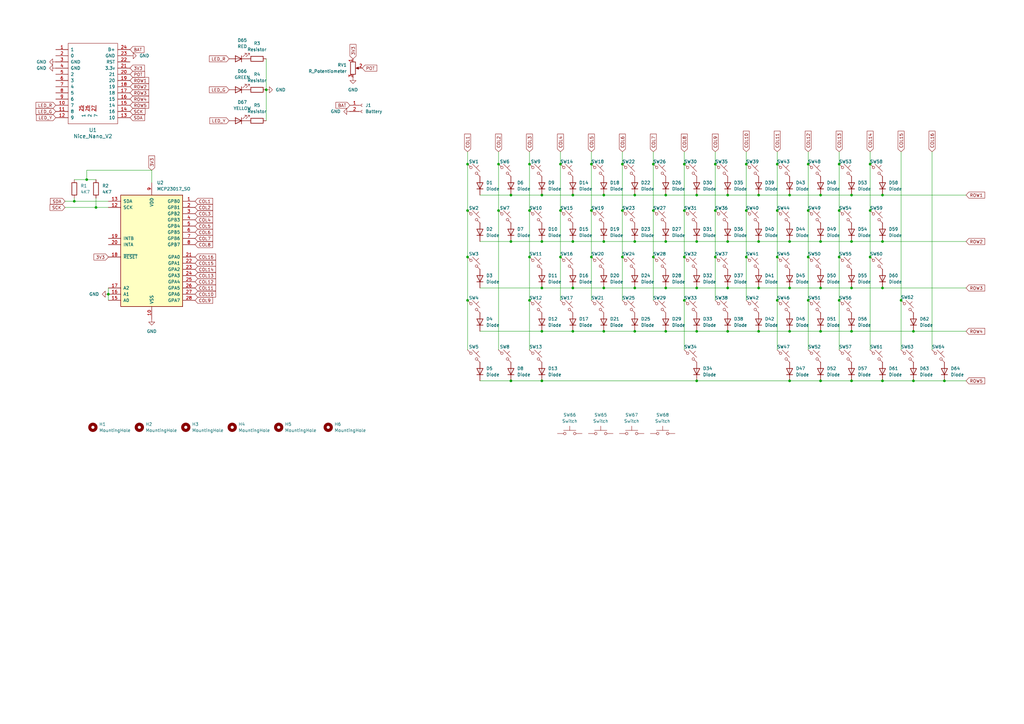
<source format=kicad_sch>
(kicad_sch (version 20250114) (generator "eeschema") (generator_version "9.0")
  (paper "A3")
  (junction (at 311.15 135.89))
  (junction (at 267.97 67.31))
  (junction (at 209.55 156.21))
  (junction (at 361.95 99.06))
  (junction (at 318.77 123.19))
  (junction (at 323.85 99.06))
  (junction (at 369.57 123.19))
  (junction (at 260.35 99.06))
  (junction (at 387.35 156.21))
  (junction (at 217.17 123.19))
  (junction (at 222.25 156.21))
  (junction (at 242.57 67.31))
  (junction (at 273.05 99.06))
  (junction (at 311.15 99.06))
  (junction (at 260.35 80.01))
  (junction (at 293.37 67.31))
  (junction (at 191.77 67.31))
  (junction (at 336.55 118.11))
  (junction (at 247.65 99.06))
  (junction (at 323.85 156.21))
  (junction (at 247.65 118.11))
  (junction (at 267.97 86.36))
  (junction (at 234.95 80.01))
  (junction (at 298.45 118.11))
  (junction (at 285.75 80.01))
  (junction (at 222.25 118.11))
  (junction (at 273.05 135.89))
  (junction (at 361.95 156.21))
  (junction (at 229.87 86.36))
  (junction (at 344.17 105.41))
  (junction (at 361.95 118.11))
  (junction (at 234.95 118.11))
  (junction (at 285.75 118.11))
  (junction (at 306.07 86.36))
  (junction (at 209.55 80.01))
  (junction (at 323.85 118.11))
  (junction (at 323.85 135.89))
  (junction (at 318.77 67.31))
  (junction (at 285.75 156.21))
  (junction (at 255.27 105.41))
  (junction (at 356.87 86.36))
  (junction (at 260.35 135.89))
  (junction (at 361.95 80.01))
  (junction (at 298.45 135.89))
  (junction (at 191.77 105.41))
  (junction (at 318.77 86.36))
  (junction (at 311.15 80.01))
  (junction (at 280.67 123.19))
  (junction (at 318.77 105.41))
  (junction (at 229.87 105.41))
  (junction (at 311.15 118.11))
  (junction (at 331.47 67.31))
  (junction (at 336.55 99.06))
  (junction (at 356.87 67.31))
  (junction (at 255.27 67.31))
  (junction (at 217.17 86.36))
  (junction (at 109.22 36.83))
  (junction (at 39.37 85.09))
  (junction (at 247.65 80.01))
  (junction (at 280.67 86.36))
  (junction (at 356.87 105.41))
  (junction (at 336.55 156.21))
  (junction (at 44.45 120.65))
  (junction (at 331.47 123.19))
  (junction (at 323.85 80.01))
  (junction (at 191.77 86.36))
  (junction (at 222.25 135.89))
  (junction (at 222.25 99.06))
  (junction (at 344.17 67.31))
  (junction (at 191.77 123.19))
  (junction (at 280.67 105.41))
  (junction (at 293.37 86.36))
  (junction (at 229.87 67.31))
  (junction (at 336.55 135.89))
  (junction (at 242.57 105.41))
  (junction (at 267.97 105.41))
  (junction (at 204.47 86.36))
  (junction (at 293.37 105.41))
  (junction (at 306.07 105.41))
  (junction (at 217.17 67.31))
  (junction (at 217.17 105.41))
  (junction (at 374.65 156.21))
  (junction (at 280.67 67.31))
  (junction (at 222.25 80.01))
  (junction (at 331.47 105.41))
  (junction (at 30.48 82.55))
  (junction (at 247.65 135.89))
  (junction (at 344.17 86.36))
  (junction (at 349.25 135.89))
  (junction (at 260.35 118.11))
  (junction (at 349.25 118.11))
  (junction (at 349.25 99.06))
  (junction (at 336.55 80.01))
  (junction (at 273.05 118.11))
  (junction (at 306.07 67.31))
  (junction (at 331.47 86.36))
  (junction (at 204.47 67.31))
  (junction (at 349.25 156.21))
  (junction (at 255.27 86.36))
  (junction (at 285.75 99.06))
  (junction (at 35.56 73.66))
  (junction (at 209.55 99.06))
  (junction (at 349.25 80.01))
  (junction (at 374.65 135.89))
  (junction (at 298.45 80.01))
  (junction (at 242.57 86.36))
  (junction (at 298.45 99.06))
  (junction (at 285.75 135.89))
  (junction (at 234.95 135.89))
  (junction (at 344.17 123.19))
  (junction (at 234.95 99.06))
  (junction (at 273.05 80.01))
  (wire (pts (xy 382.27 62.23) (xy 382.27 143.51)))
  (wire (pts (xy 217.17 105.41) (xy 217.17 123.19)))
  (wire (pts (xy 191.77 62.23) (xy 191.77 67.31)))
  (wire (pts (xy 196.85 99.06) (xy 209.55 99.06)))
  (wire (pts (xy 234.95 135.89) (xy 247.65 135.89)))
  (wire (pts (xy 196.85 118.11) (xy 222.25 118.11)))
  (wire (pts (xy 109.22 36.83) (xy 109.22 49.53)))
  (wire (pts (xy 30.48 73.66) (xy 35.56 73.66)))
  (wire (pts (xy 323.85 118.11) (xy 336.55 118.11)))
  (wire (pts (xy 242.57 105.41) (xy 242.57 123.19)))
  (wire (pts (xy 356.87 105.41) (xy 356.87 143.51)))
  (wire (pts (xy 62.23 69.85) (xy 35.56 69.85)))
  (wire (pts (xy 361.95 156.21) (xy 374.65 156.21)))
  (wire (pts (xy 204.47 67.31) (xy 204.47 86.36)))
  (wire (pts (xy 318.77 86.36) (xy 318.77 105.41)))
  (wire (pts (xy 247.65 99.06) (xy 260.35 99.06)))
  (wire (pts (xy 311.15 99.06) (xy 323.85 99.06)))
  (wire (pts (xy 356.87 86.36) (xy 356.87 105.41)))
  (wire (pts (xy 396.24 156.21) (xy 387.35 156.21)))
  (wire (pts (xy 280.67 105.41) (xy 280.67 123.19)))
  (wire (pts (xy 242.57 62.23) (xy 242.57 67.31)))
  (wire (pts (xy 242.57 86.36) (xy 242.57 105.41)))
  (wire (pts (xy 273.05 80.01) (xy 285.75 80.01)))
  (wire (pts (xy 217.17 86.36) (xy 217.17 105.41)))
  (wire (pts (xy 285.75 118.11) (xy 298.45 118.11)))
  (wire (pts (xy 336.55 118.11) (xy 349.25 118.11)))
  (wire (pts (xy 323.85 99.06) (xy 336.55 99.06)))
  (wire (pts (xy 30.48 82.55) (xy 44.45 82.55)))
  (wire (pts (xy 196.85 135.89) (xy 222.25 135.89)))
  (wire (pts (xy 209.55 156.21) (xy 222.25 156.21)))
  (wire (pts (xy 331.47 123.19) (xy 331.47 143.51)))
  (wire (pts (xy 336.55 80.01) (xy 349.25 80.01)))
  (wire (pts (xy 285.75 135.89) (xy 298.45 135.89)))
  (wire (pts (xy 280.67 67.31) (xy 280.67 86.36)))
  (wire (pts (xy 306.07 62.23) (xy 306.07 67.31)))
  (wire (pts (xy 39.37 85.09) (xy 26.67 85.09)))
  (wire (pts (xy 30.48 82.55) (xy 26.67 82.55)))
  (wire (pts (xy 222.25 118.11) (xy 234.95 118.11)))
  (wire (pts (xy 247.65 118.11) (xy 260.35 118.11)))
  (wire (pts (xy 191.77 105.41) (xy 191.77 123.19)))
  (wire (pts (xy 293.37 105.41) (xy 293.37 123.19)))
  (wire (pts (xy 267.97 86.36) (xy 267.97 105.41)))
  (wire (pts (xy 293.37 62.23) (xy 293.37 67.31)))
  (wire (pts (xy 222.25 156.21) (xy 285.75 156.21)))
  (wire (pts (xy 369.57 123.19) (xy 369.57 143.51)))
  (wire (pts (xy 247.65 135.89) (xy 260.35 135.89)))
  (wire (pts (xy 336.55 156.21) (xy 349.25 156.21)))
  (wire (pts (xy 247.65 80.01) (xy 260.35 80.01)))
  (wire (pts (xy 361.95 118.11) (xy 396.24 118.11)))
  (wire (pts (xy 217.17 123.19) (xy 217.17 143.51)))
  (wire (pts (xy 374.65 156.21) (xy 387.35 156.21)))
  (wire (pts (xy 191.77 123.19) (xy 191.77 143.51)))
  (wire (pts (xy 273.05 99.06) (xy 285.75 99.06)))
  (wire (pts (xy 306.07 86.36) (xy 306.07 105.41)))
  (wire (pts (xy 204.47 62.23) (xy 204.47 67.31)))
  (wire (pts (xy 311.15 135.89) (xy 323.85 135.89)))
  (wire (pts (xy 311.15 118.11) (xy 323.85 118.11)))
  (wire (pts (xy 311.15 80.01) (xy 323.85 80.01)))
  (wire (pts (xy 318.77 62.23) (xy 318.77 67.31)))
  (wire (pts (xy 35.56 73.66) (xy 39.37 73.66)))
  (wire (pts (xy 344.17 67.31) (xy 344.17 86.36)))
  (wire (pts (xy 298.45 118.11) (xy 311.15 118.11)))
  (wire (pts (xy 255.27 62.23) (xy 255.27 67.31)))
  (wire (pts (xy 229.87 67.31) (xy 229.87 86.36)))
  (wire (pts (xy 242.57 67.31) (xy 242.57 86.36)))
  (wire (pts (xy 356.87 67.31) (xy 356.87 86.36)))
  (wire (pts (xy 349.25 135.89) (xy 374.65 135.89)))
  (wire (pts (xy 285.75 80.01) (xy 298.45 80.01)))
  (wire (pts (xy 39.37 81.28) (xy 39.37 85.09)))
  (wire (pts (xy 267.97 62.23) (xy 267.97 67.31)))
  (wire (pts (xy 280.67 62.23) (xy 280.67 67.31)))
  (wire (pts (xy 204.47 86.36) (xy 204.47 143.51)))
  (wire (pts (xy 35.56 69.85) (xy 35.56 73.66)))
  (wire (pts (xy 331.47 62.23) (xy 331.47 67.31)))
  (wire (pts (xy 229.87 62.23) (xy 229.87 67.31)))
  (wire (pts (xy 344.17 123.19) (xy 344.17 143.51)))
  (wire (pts (xy 209.55 99.06) (xy 222.25 99.06)))
  (wire (pts (xy 109.22 24.13) (xy 109.22 36.83)))
  (wire (pts (xy 344.17 86.36) (xy 344.17 105.41)))
  (wire (pts (xy 318.77 123.19) (xy 318.77 143.51)))
  (wire (pts (xy 331.47 105.41) (xy 331.47 123.19)))
  (wire (pts (xy 222.25 135.89) (xy 234.95 135.89)))
  (wire (pts (xy 318.77 67.31) (xy 318.77 86.36)))
  (wire (pts (xy 349.25 156.21) (xy 361.95 156.21)))
  (wire (pts (xy 374.65 135.89) (xy 396.24 135.89)))
  (wire (pts (xy 273.05 118.11) (xy 285.75 118.11)))
  (wire (pts (xy 298.45 135.89) (xy 311.15 135.89)))
  (wire (pts (xy 344.17 105.41) (xy 344.17 123.19)))
  (wire (pts (xy 349.25 99.06) (xy 361.95 99.06)))
  (wire (pts (xy 234.95 118.11) (xy 247.65 118.11)))
  (wire (pts (xy 349.25 118.11) (xy 361.95 118.11)))
  (wire (pts (xy 306.07 105.41) (xy 306.07 123.19)))
  (wire (pts (xy 318.77 105.41) (xy 318.77 123.19)))
  (wire (pts (xy 336.55 99.06) (xy 349.25 99.06)))
  (wire (pts (xy 30.48 81.28) (xy 30.48 82.55)))
  (wire (pts (xy 255.27 86.36) (xy 255.27 105.41)))
  (wire (pts (xy 44.45 120.65) (xy 44.45 123.19)))
  (wire (pts (xy 229.87 105.41) (xy 229.87 123.19)))
  (wire (pts (xy 222.25 99.06) (xy 234.95 99.06)))
  (wire (pts (xy 285.75 156.21) (xy 323.85 156.21)))
  (wire (pts (xy 62.23 74.93) (xy 62.23 69.85)))
  (wire (pts (xy 293.37 86.36) (xy 293.37 105.41)))
  (wire (pts (xy 349.25 80.01) (xy 361.95 80.01)))
  (wire (pts (xy 191.77 86.36) (xy 191.77 105.41)))
  (wire (pts (xy 44.45 118.11) (xy 44.45 120.65)))
  (wire (pts (xy 222.25 80.01) (xy 234.95 80.01)))
  (wire (pts (xy 255.27 105.41) (xy 255.27 123.19)))
  (wire (pts (xy 344.17 62.23) (xy 344.17 67.31)))
  (wire (pts (xy 356.87 62.23) (xy 356.87 67.31)))
  (wire (pts (xy 323.85 135.89) (xy 336.55 135.89)))
  (wire (pts (xy 260.35 80.01) (xy 273.05 80.01)))
  (wire (pts (xy 260.35 135.89) (xy 273.05 135.89)))
  (wire (pts (xy 361.95 80.01) (xy 396.24 80.01)))
  (wire (pts (xy 298.45 99.06) (xy 311.15 99.06)))
  (wire (pts (xy 260.35 118.11) (xy 273.05 118.11)))
  (wire (pts (xy 196.85 80.01) (xy 209.55 80.01)))
  (wire (pts (xy 336.55 135.89) (xy 349.25 135.89)))
  (wire (pts (xy 260.35 99.06) (xy 273.05 99.06)))
  (wire (pts (xy 323.85 80.01) (xy 336.55 80.01)))
  (wire (pts (xy 267.97 67.31) (xy 267.97 86.36)))
  (wire (pts (xy 44.45 85.09) (xy 39.37 85.09)))
  (wire (pts (xy 267.97 105.41) (xy 267.97 123.19)))
  (wire (pts (xy 331.47 67.31) (xy 331.47 86.36)))
  (wire (pts (xy 323.85 156.21) (xy 336.55 156.21)))
  (wire (pts (xy 280.67 86.36) (xy 280.67 105.41)))
  (wire (pts (xy 191.77 67.31) (xy 191.77 86.36)))
  (wire (pts (xy 293.37 67.31) (xy 293.37 86.36)))
  (wire (pts (xy 331.47 86.36) (xy 331.47 105.41)))
  (wire (pts (xy 280.67 123.19) (xy 280.67 143.51)))
  (wire (pts (xy 217.17 62.23) (xy 217.17 67.31)))
  (wire (pts (xy 209.55 80.01) (xy 222.25 80.01)))
  (wire (pts (xy 234.95 80.01) (xy 247.65 80.01)))
  (wire (pts (xy 285.75 99.06) (xy 298.45 99.06)))
  (wire (pts (xy 369.57 62.23) (xy 369.57 123.19)))
  (wire (pts (xy 306.07 67.31) (xy 306.07 86.36)))
  (wire (pts (xy 234.95 99.06) (xy 247.65 99.06)))
  (wire (pts (xy 361.95 99.06) (xy 396.24 99.06)))
  (wire (pts (xy 255.27 67.31) (xy 255.27 86.36)))
  (wire (pts (xy 229.87 86.36) (xy 229.87 105.41)))
  (wire (pts (xy 217.17 67.31) (xy 217.17 86.36)))
  (wire (pts (xy 196.85 156.21) (xy 209.55 156.21)))
  (wire (pts (xy 298.45 80.01) (xy 311.15 80.01)))
  (wire (pts (xy 273.05 135.89) (xy 285.75 135.89)))
  (global_label "ROW5" (shape input) (at 396.24 156.21 0) (property "Intersheetrefs" "${INTERSHEET_REFS}" (effects (hide yes))))
  (global_label "3V3" (shape input) (at 53.34 27.94 0) (property "Intersheetrefs" "${INTERSHEET_REFS}" (effects (hide yes))))
  (global_label "ROW3" (shape input) (at 53.34 38.1 0) (property "Intersheetrefs" "${INTERSHEET_REFS}" (effects (hide yes))))
  (global_label "COL16" (shape input) (at 382.27 62.23 90) (property "Intersheetrefs" "${INTERSHEET_REFS}" (effects (hide yes))))
  (global_label "COL2" (shape input) (at 80.01 85.09 0) (property "Intersheetrefs" "${INTERSHEET_REFS}" (effects (hide yes))))
  (global_label "COL12" (shape input) (at 80.01 115.57 0) (property "Intersheetrefs" "${INTERSHEET_REFS}" (effects (hide yes))))
  (global_label "COL13" (shape input) (at 80.01 113.03 0) (property "Intersheetrefs" "${INTERSHEET_REFS}" (effects (hide yes))))
  (global_label "LED_R" (shape input) (at 22.86 43.18 180) (property "Intersheetrefs" "${INTERSHEET_REFS}" (effects (hide yes))))
  (global_label "SDA" (shape input) (at 26.67 82.55 180) (property "Intersheetrefs" "${INTERSHEET_REFS}" (effects (hide yes))))
  (global_label "COL16" (shape input) (at 80.01 105.41 0) (property "Intersheetrefs" "${INTERSHEET_REFS}" (effects (hide yes))))
  (global_label "COL8" (shape input) (at 80.01 100.33 0) (property "Intersheetrefs" "${INTERSHEET_REFS}" (effects (hide yes))))
  (global_label "COL8" (shape input) (at 280.67 62.23 90) (property "Intersheetrefs" "${INTERSHEET_REFS}" (effects (hide yes))))
  (global_label "SCK" (shape input) (at 26.67 85.09 180) (property "Intersheetrefs" "${INTERSHEET_REFS}" (effects (hide yes))))
  (global_label "COL3" (shape input) (at 217.17 62.23 90) (property "Intersheetrefs" "${INTERSHEET_REFS}" (effects (hide yes))))
  (global_label "LED_Y" (shape input) (at 93.98 49.53 180) (property "Intersheetrefs" "${INTERSHEET_REFS}" (effects (hide yes))))
  (global_label "POT" (shape input) (at 53.34 30.48 0) (property "Intersheetrefs" "${INTERSHEET_REFS}" (effects (hide yes))))
  (global_label "ROW4" (shape input) (at 53.34 40.64 0) (property "Intersheetrefs" "${INTERSHEET_REFS}" (effects (hide yes))))
  (global_label "ROW1" (shape input) (at 396.24 80.01 0) (property "Intersheetrefs" "${INTERSHEET_REFS}" (effects (hide yes))))
  (global_label "COL4" (shape input) (at 80.01 90.17 0) (property "Intersheetrefs" "${INTERSHEET_REFS}" (effects (hide yes))))
  (global_label "COL15" (shape input) (at 369.57 62.23 90) (property "Intersheetrefs" "${INTERSHEET_REFS}" (effects (hide yes))))
  (global_label "COL1" (shape input) (at 80.01 82.55 0) (property "Intersheetrefs" "${INTERSHEET_REFS}" (effects (hide yes))))
  (global_label "COL11" (shape input) (at 318.77 62.23 90) (property "Intersheetrefs" "${INTERSHEET_REFS}" (effects (hide yes))))
  (global_label "BAT" (shape input) (at 53.34 20.32 0) (property "Intersheetrefs" "${INTERSHEET_REFS}" (effects (hide yes))))
  (global_label "LED_R" (shape input) (at 93.98 24.13 180) (property "Intersheetrefs" "${INTERSHEET_REFS}" (effects (hide yes))))
  (global_label "LED_Y" (shape input) (at 22.86 48.26 180) (property "Intersheetrefs" "${INTERSHEET_REFS}" (effects (hide yes))))
  (global_label "ROW1" (shape input) (at 53.34 33.02 0) (property "Intersheetrefs" "${INTERSHEET_REFS}" (effects (hide yes))))
  (global_label "COL2" (shape input) (at 204.47 62.23 90) (property "Intersheetrefs" "${INTERSHEET_REFS}" (effects (hide yes))))
  (global_label "COL9" (shape input) (at 293.37 62.23 90) (property "Intersheetrefs" "${INTERSHEET_REFS}" (effects (hide yes))))
  (global_label "COL14" (shape input) (at 356.87 62.23 90) (property "Intersheetrefs" "${INTERSHEET_REFS}" (effects (hide yes))))
  (global_label "COL3" (shape input) (at 80.01 87.63 0) (property "Intersheetrefs" "${INTERSHEET_REFS}" (effects (hide yes))))
  (global_label "COL1" (shape input) (at 191.77 62.23 90) (property "Intersheetrefs" "${INTERSHEET_REFS}" (effects (hide yes))))
  (global_label "COL7" (shape input) (at 267.97 62.23 90) (property "Intersheetrefs" "${INTERSHEET_REFS}" (effects (hide yes))))
  (global_label "COL13" (shape input) (at 344.17 62.23 90) (property "Intersheetrefs" "${INTERSHEET_REFS}" (effects (hide yes))))
  (global_label "LED_G" (shape input) (at 22.86 45.72 180) (property "Intersheetrefs" "${INTERSHEET_REFS}" (effects (hide yes))))
  (global_label "COL15" (shape input) (at 80.01 107.95 0) (property "Intersheetrefs" "${INTERSHEET_REFS}" (effects (hide yes))))
  (global_label "COL5" (shape input) (at 80.01 92.71 0) (property "Intersheetrefs" "${INTERSHEET_REFS}" (effects (hide yes))))
  (global_label "COL6" (shape input) (at 80.01 95.25 0) (property "Intersheetrefs" "${INTERSHEET_REFS}" (effects (hide yes))))
  (global_label "COL10" (shape input) (at 306.07 62.23 90) (property "Intersheetrefs" "${INTERSHEET_REFS}" (effects (hide yes))))
  (global_label "ROW4" (shape input) (at 396.24 135.89 0) (property "Intersheetrefs" "${INTERSHEET_REFS}" (effects (hide yes))))
  (global_label "COL7" (shape input) (at 80.01 97.79 0) (property "Intersheetrefs" "${INTERSHEET_REFS}" (effects (hide yes))))
  (global_label "COL10" (shape input) (at 80.01 120.65 0) (property "Intersheetrefs" "${INTERSHEET_REFS}" (effects (hide yes))))
  (global_label "ROW2" (shape input) (at 53.34 35.56 0) (property "Intersheetrefs" "${INTERSHEET_REFS}" (effects (hide yes))))
  (global_label "COL5" (shape input) (at 242.57 62.23 90) (property "Intersheetrefs" "${INTERSHEET_REFS}" (effects (hide yes))))
  (global_label "3V3" (shape input) (at 144.78 24.13 90) (property "Intersheetrefs" "${INTERSHEET_REFS}" (effects (hide yes))))
  (global_label "LED_G" (shape input) (at 93.98 36.83 180) (property "Intersheetrefs" "${INTERSHEET_REFS}" (effects (hide yes))))
  (global_label "COL4" (shape input) (at 229.87 62.23 90) (property "Intersheetrefs" "${INTERSHEET_REFS}" (effects (hide yes))))
  (global_label "ROW2" (shape input) (at 396.24 99.06 0) (property "Intersheetrefs" "${INTERSHEET_REFS}" (effects (hide yes))))
  (global_label "COL12" (shape input) (at 331.47 62.23 90) (property "Intersheetrefs" "${INTERSHEET_REFS}" (effects (hide yes))))
  (global_label "ROW5" (shape input) (at 53.34 43.18 0) (property "Intersheetrefs" "${INTERSHEET_REFS}" (effects (hide yes))))
  (global_label "COL11" (shape input) (at 80.01 118.11 0) (property "Intersheetrefs" "${INTERSHEET_REFS}" (effects (hide yes))))
  (global_label "3V3" (shape input) (at 44.45 105.41 180) (property "Intersheetrefs" "${INTERSHEET_REFS}" (effects (hide yes))))
  (global_label "BAT" (shape input) (at 143.51 43.18 180) (property "Intersheetrefs" "${INTERSHEET_REFS}" (effects (hide yes))))
  (global_label "COL14" (shape input) (at 80.01 110.49 0) (property "Intersheetrefs" "${INTERSHEET_REFS}" (effects (hide yes))))
  (global_label "POT" (shape input) (at 148.59 27.94 0) (property "Intersheetrefs" "${INTERSHEET_REFS}" (effects (hide yes))))
  (global_label "SCK" (shape input) (at 53.34 45.72 0) (property "Intersheetrefs" "${INTERSHEET_REFS}" (effects (hide yes))))
  (global_label "3V3" (shape input) (at 62.23 69.85 90) (property "Intersheetrefs" "${INTERSHEET_REFS}" (effects (hide yes))))
  (global_label "COL6" (shape input) (at 255.27 62.23 90) (property "Intersheetrefs" "${INTERSHEET_REFS}" (effects (hide yes))))
  (global_label "ROW3" (shape input) (at 396.24 118.11 0) (property "Intersheetrefs" "${INTERSHEET_REFS}" (effects (hide yes))))
  (global_label "SDA" (shape input) (at 53.34 48.26 0) (property "Intersheetrefs" "${INTERSHEET_REFS}" (effects (hide yes))))
  (global_label "COL9" (shape input) (at 80.01 123.19 0) (property "Intersheetrefs" "${INTERSHEET_REFS}" (effects (hide yes))))
  (symbol (lib_id "Switch:SW_Push_45deg") (at 270.51 125.73 0) (unit 1)
    (property "Reference" "SW29" (at 270.51 122.174 0))
    (property "Value" "SW_Push_45deg" (effects (hide yes)))
    (property "Footprint" "ScottoKeebs_Hotswap:Hotswap_MX_Plated_1.00u" (effects (hide yes)))
    (property "Description" "Push button switch, normally open, two pins, 45° tilted" (effects (hide yes)))
  )
  (symbol (lib_id "ScottoKeebs:Placeholder_Diode") (at 285.75 95.25 90) (unit 1)
    (property "Reference" "D31" (at 288.29 93.9799 90) (effects (justify right)))
    (property "Value" "Diode" (at 288.29 96.5199 90) (effects (justify right)))
    (property "Footprint" "Diode_SMD:D_0805_2012Metric_Pad1.15x1.40mm_HandSolder" (effects (hide yes)))
    (property "Description" "1N4148 (DO-35) or 1N4148W (SOD-123)" (effects (hide yes)))
    (property "Sim.Device" "D" (effects (hide yes)))
    (property "Sim.Pins" "1=K 2=A" (effects (hide yes)))
  )
  (symbol (lib_id "Switch:SW_Push_45deg") (at 346.71 88.9 0) (unit 1)
    (property "Reference" "SW54" (at 346.71 85.344 0))
    (property "Value" "SW_Push_45deg" (effects (hide yes)))
    (property "Footprint" "ScottoKeebs_Hotswap:Hotswap_MX_Plated_1.00u" (effects (hide yes)))
    (property "Description" "Push button switch, normally open, two pins, 45° tilted" (effects (hide yes)))
  )
  (symbol (lib_id "Switch:SW_Push_45deg") (at 359.41 146.05 0) (unit 1)
    (property "Reference" "SW61" (at 359.41 142.24 0))
    (property "Value" "SW_Push_45deg" (effects (hide yes)))
    (property "Footprint" "ScottoKeebs_Hotswap:Hotswap_MX_Plated_1.00u" (effects (hide yes)))
    (property "Description" "Push button switch, normally open, two pins, 45° tilted" (effects (hide yes)))
  )
  (symbol (lib_id "Switch:SW_Push_45deg") (at 232.41 69.85 0) (unit 1)
    (property "Reference" "SW14" (at 232.41 66.294 0))
    (property "Value" "SW_Push_45deg" (effects (hide yes)))
    (property "Footprint" "ScottoKeebs_Hotswap:Hotswap_MX_Plated_1.00u" (effects (hide yes)))
    (property "Description" "Push button switch, normally open, two pins, 45° tilted" (effects (hide yes)))
  )
  (symbol (lib_id "ScottoKeebs:Placeholder_Switch") (at 233.68 177.8 0) (unit 1)
    (property "Reference" "SW66" (at 233.68 170.18 0))
    (property "Value" "Switch" (at 233.68 172.72 0))
    (property "Footprint" "ScottoKeebs_Stabilizer:Stabilizer_MX_2.00u" (effects (hide yes)))
    (property "Description" "Push button switch, generic, two pins" (effects (hide yes)))
  )
  (symbol (lib_id "Mechanical:MountingHole") (at 76.2 175.26 0) (unit 1) (in_bom no)
    (property "Reference" "H3" (at 78.74 173.9899 0) (effects (justify left)))
    (property "Value" "MountingHole" (at 78.74 176.5299 0) (effects (justify left)))
    (property "Footprint" "MountingHole:MountingHole_2.7mm_M2.5" (effects (hide yes)))
    (property "Description" "Mounting Hole without connection" (effects (hide yes)))
  )
  (symbol (lib_id "ScottoKeebs:Placeholder_Diode") (at 209.55 152.4 90) (unit 1)
    (property "Reference" "D8" (at 212.09 151.1299 90) (effects (justify right)))
    (property "Value" "Diode" (at 212.09 153.6699 90) (effects (justify right)))
    (property "Footprint" "Diode_SMD:D_0805_2012Metric_Pad1.15x1.40mm_HandSolder" (effects (hide yes)))
    (property "Description" "1N4148 (DO-35) or 1N4148W (SOD-123)" (effects (hide yes)))
    (property "Sim.Device" "D" (effects (hide yes)))
    (property "Sim.Pins" "1=K 2=A" (effects (hide yes)))
  )
  (symbol (lib_id "ScottoKeebs:Placeholder_Diode") (at 349.25 152.4 90) (unit 1)
    (property "Reference" "D57" (at 351.79 151.1299 90) (effects (justify right)))
    (property "Value" "Diode" (at 351.79 153.6699 90) (effects (justify right)))
    (property "Footprint" "Diode_SMD:D_0805_2012Metric_Pad1.15x1.40mm_HandSolder" (effects (hide yes)))
    (property "Description" "1N4148 (DO-35) or 1N4148W (SOD-123)" (effects (hide yes)))
    (property "Sim.Device" "D" (effects (hide yes)))
    (property "Sim.Pins" "1=K 2=A" (effects (hide yes)))
  )
  (symbol (lib_id "ScottoKeebs:Placeholder_Diode") (at 311.15 76.2 90) (unit 1)
    (property "Reference" "D39" (at 313.69 74.9299 90) (effects (justify right)))
    (property "Value" "Diode" (at 313.69 77.4699 90) (effects (justify right)))
    (property "Footprint" "Diode_SMD:D_0805_2012Metric_Pad1.15x1.40mm_HandSolder" (effects (hide yes)))
    (property "Description" "1N4148 (DO-35) or 1N4148W (SOD-123)" (effects (hide yes)))
    (property "Sim.Device" "D" (effects (hide yes)))
    (property "Sim.Pins" "1=K 2=A" (effects (hide yes)))
  )
  (symbol (lib_id "ScottoKeebs:Placeholder_Diode") (at 336.55 76.2 90) (unit 1)
    (property "Reference" "D48" (at 339.09 74.9299 90) (effects (justify right)))
    (property "Value" "Diode" (at 339.09 77.4699 90) (effects (justify right)))
    (property "Footprint" "Diode_SMD:D_0805_2012Metric_Pad1.15x1.40mm_HandSolder" (effects (hide yes)))
    (property "Description" "1N4148 (DO-35) or 1N4148W (SOD-123)" (effects (hide yes)))
    (property "Sim.Device" "D" (effects (hide yes)))
    (property "Sim.Pins" "1=K 2=A" (effects (hide yes)))
  )
  (symbol (lib_id "ScottoKeebs:Placeholder_Diode") (at 222.25 95.25 90) (unit 1)
    (property "Reference" "D10" (at 224.79 93.9799 90) (effects (justify right)))
    (property "Value" "Diode" (at 224.79 96.5199 90) (effects (justify right)))
    (property "Footprint" "Diode_SMD:D_0805_2012Metric_Pad1.15x1.40mm_HandSolder" (effects (hide yes)))
    (property "Description" "1N4148 (DO-35) or 1N4148W (SOD-123)" (effects (hide yes)))
    (property "Sim.Device" "D" (effects (hide yes)))
    (property "Sim.Pins" "1=K 2=A" (effects (hide yes)))
  )
  (symbol (lib_id "power:GND") (at 143.51 45.72 270) (unit 1)
    (property "Reference" "#PWR07" (effects (hide yes)))
    (property "Value" "GND" (at 139.7 45.7199 90) (effects (justify right)))
    (property "Description" "Power symbol creates a global label with name \"GND\" , ground" (effects (hide yes)))
  )
  (symbol (lib_id "Switch:SW_Push_45deg") (at 194.31 107.95 0) (unit 1)
    (property "Reference" "SW3" (at 194.31 104.14 0))
    (property "Value" "SW_Push_45deg" (effects (hide yes)))
    (property "Footprint" "ScottoKeebs_Hotswap:Hotswap_MX_Plated_1.75u" (effects (hide yes)))
    (property "Description" "Push button switch, normally open, two pins, 45° tilted" (effects (hide yes)))
  )
  (symbol (lib_id "ScottoKeebs:Placeholder_Diode") (at 311.15 95.25 90) (unit 1)
    (property "Reference" "D40" (at 313.69 93.9799 90) (effects (justify right)))
    (property "Value" "Diode" (at 313.69 96.5199 90) (effects (justify right)))
    (property "Footprint" "Diode_SMD:D_0805_2012Metric_Pad1.15x1.40mm_HandSolder" (effects (hide yes)))
    (property "Description" "1N4148 (DO-35) or 1N4148W (SOD-123)" (effects (hide yes)))
    (property "Sim.Device" "D" (effects (hide yes)))
    (property "Sim.Pins" "1=K 2=A" (effects (hide yes)))
  )
  (symbol (lib_id "Switch:SW_Push_45deg") (at 308.61 69.85 0) (unit 1)
    (property "Reference" "SW39" (at 308.61 66.294 0))
    (property "Value" "SW_Push_45deg" (effects (hide yes)))
    (property "Footprint" "ScottoKeebs_Hotswap:Hotswap_MX_Plated_1.00u" (effects (hide yes)))
    (property "Description" "Push button switch, normally open, two pins, 45° tilted" (effects (hide yes)))
  )
  (symbol (lib_id "ScottoKeebs:Placeholder_Diode") (at 234.95 95.25 90) (unit 1)
    (property "Reference" "D15" (at 237.49 93.9799 90) (effects (justify right)))
    (property "Value" "Diode" (at 237.49 96.5199 90) (effects (justify right)))
    (property "Footprint" "Diode_SMD:D_0805_2012Metric_Pad1.15x1.40mm_HandSolder" (effects (hide yes)))
    (property "Description" "1N4148 (DO-35) or 1N4148W (SOD-123)" (effects (hide yes)))
    (property "Sim.Device" "D" (effects (hide yes)))
    (property "Sim.Pins" "1=K 2=A" (effects (hide yes)))
  )
  (symbol (lib_id "ScottoKeebs:Placeholder_Resistor") (at 105.41 49.53 0) (unit 1)
    (property "Reference" "R5" (at 105.41 43.18 0))
    (property "Value" "Resistor" (at 105.41 45.72 0))
    (property "Footprint" "Resistor_SMD:R_0805_2012Metric_Pad1.20x1.40mm_HandSolder" (effects (hide yes)))
    (property "Description" "Resistor" (effects (hide yes)))
  )
  (symbol (lib_id "power:GND") (at 44.45 120.65 270) (unit 1)
    (property "Reference" "#PWR01" (effects (hide yes)))
    (property "Value" "GND" (at 40.64 120.6499 90) (effects (justify right)))
    (property "Description" "Power symbol creates a global label with name \"GND\" , ground" (effects (hide yes)))
  )
  (symbol (lib_id "Switch:SW_Push_45deg") (at 207.01 146.05 0) (unit 1)
    (property "Reference" "SW8" (at 207.01 142.24 0))
    (property "Value" "SW_Push_45deg" (effects (hide yes)))
    (property "Footprint" "ScottoKeebs_Hotswap:Hotswap_MX_Plated_1.00u" (effects (hide yes)))
    (property "Description" "Push button switch, normally open, two pins, 45° tilted" (effects (hide yes)))
  )
  (symbol (lib_id "Switch:SW_Push_45deg") (at 308.61 125.73 0) (unit 1)
    (property "Reference" "SW42" (at 308.61 122.174 0))
    (property "Value" "SW_Push_45deg" (effects (hide yes)))
    (property "Footprint" "ScottoKeebs_Hotswap:Hotswap_MX_Plated_1.00u" (effects (hide yes)))
    (property "Description" "Push button switch, normally open, two pins, 45° tilted" (effects (hide yes)))
  )
  (symbol (lib_id "ScottoKeebs:Placeholder_Diode") (at 374.65 132.08 90) (unit 1)
    (property "Reference" "D62" (at 377.19 130.8099 90) (effects (justify right)))
    (property "Value" "Diode" (at 377.19 133.3499 90) (effects (justify right)))
    (property "Footprint" "Diode_SMD:D_0805_2012Metric_Pad1.15x1.40mm_HandSolder" (effects (hide yes)))
    (property "Description" "1N4148 (DO-35) or 1N4148W (SOD-123)" (effects (hide yes)))
    (property "Sim.Device" "D" (effects (hide yes)))
    (property "Sim.Pins" "1=K 2=A" (effects (hide yes)))
  )
  (symbol (lib_id "ScottoKeebs:Placeholder_Diode") (at 336.55 152.4 90) (unit 1)
    (property "Reference" "D52" (at 339.09 151.1299 90) (effects (justify right)))
    (property "Value" "Diode" (at 339.09 153.6699 90) (effects (justify right)))
    (property "Footprint" "Diode_SMD:D_0805_2012Metric_Pad1.15x1.40mm_HandSolder" (effects (hide yes)))
    (property "Description" "1N4148 (DO-35) or 1N4148W (SOD-123)" (effects (hide yes)))
    (property "Sim.Device" "D" (effects (hide yes)))
    (property "Sim.Pins" "1=K 2=A" (effects (hide yes)))
  )
  (symbol (lib_id "Switch:SW_Push_45deg") (at 295.91 69.85 0) (unit 1)
    (property "Reference" "SW35" (at 295.91 66.294 0))
    (property "Value" "SW_Push_45deg" (effects (hide yes)))
    (property "Footprint" "ScottoKeebs_Hotswap:Hotswap_MX_Plated_1.00u" (effects (hide yes)))
    (property "Description" "Push button switch, normally open, two pins, 45° tilted" (effects (hide yes)))
  )
  (symbol (lib_id "Switch:SW_Push_45deg") (at 359.41 69.85 0) (unit 1)
    (property "Reference" "SW58" (at 359.41 66.294 0))
    (property "Value" "SW_Push_45deg" (effects (hide yes)))
    (property "Footprint" "ScottoKeebs_Hotswap:Hotswap_MX_Plated_2.00u" (effects (hide yes)))
    (property "Description" "Push button switch, normally open, two pins, 45° tilted" (effects (hide yes)))
  )
  (symbol (lib_id "ScottoKeebs:Placeholder_Resistor") (at 105.41 24.13 0) (unit 1)
    (property "Reference" "R3" (at 105.41 17.78 0))
    (property "Value" "Resistor" (at 105.41 20.32 0))
    (property "Footprint" "Resistor_SMD:R_0805_2012Metric_Pad1.20x1.40mm_HandSolder" (effects (hide yes)))
    (property "Description" "Resistor" (effects (hide yes)))
  )
  (symbol (lib_id "ScottoKeebs:Placeholder_Resistor") (at 30.48 77.47 90) (unit 1)
    (property "Reference" "R1" (at 33.02 76.1999 90) (effects (justify right)))
    (property "Value" "4K7" (at 33.02 78.7399 90) (effects (justify right)))
    (property "Footprint" "Resistor_SMD:R_0805_2012Metric_Pad1.20x1.40mm_HandSolder" (effects (hide yes)))
    (property "Description" "Resistor" (effects (hide yes)))
  )
  (symbol (lib_id "ScottoKeebs:Placeholder_Diode") (at 260.35 114.3 90) (unit 1)
    (property "Reference" "D24" (at 262.89 113.0299 90) (effects (justify right)))
    (property "Value" "Diode" (at 262.89 115.5699 90) (effects (justify right)))
    (property "Footprint" "Diode_SMD:D_0805_2012Metric_Pad1.15x1.40mm_HandSolder" (effects (hide yes)))
    (property "Description" "1N4148 (DO-35) or 1N4148W (SOD-123)" (effects (hide yes)))
    (property "Sim.Device" "D" (effects (hide yes)))
    (property "Sim.Pins" "1=K 2=A" (effects (hide yes)))
  )
  (symbol (lib_id "Switch:SW_Push_45deg") (at 346.71 107.95 0) (unit 1)
    (property "Reference" "SW55" (at 346.71 104.14 0))
    (property "Value" "SW_Push_45deg" (effects (hide yes)))
    (property "Footprint" "ScottoKeebs_Hotswap:Hotswap_MX_Plated_1.00u" (effects (hide yes)))
    (property "Description" "Push button switch, normally open, two pins, 45° tilted" (effects (hide yes)))
  )
  (symbol (lib_id "ScottoKeebs:Placeholder_Diode") (at 196.85 132.08 90) (unit 1)
    (property "Reference" "D4" (at 199.39 130.8099 90) (effects (justify right)))
    (property "Value" "Diode" (at 199.39 133.3499 90) (effects (justify right)))
    (property "Footprint" "Diode_SMD:D_0805_2012Metric_Pad1.15x1.40mm_HandSolder" (effects (hide yes)))
    (property "Description" "1N4148 (DO-35) or 1N4148W (SOD-123)" (effects (hide yes)))
    (property "Sim.Device" "D" (effects (hide yes)))
    (property "Sim.Pins" "1=K 2=A" (effects (hide yes)))
  )
  (symbol (lib_id "ScottoKeebs:Placeholder_Diode") (at 361.95 152.4 90) (unit 1)
    (property "Reference" "D61" (at 364.49 151.1299 90) (effects (justify right)))
    (property "Value" "Diode" (at 364.49 153.6699 90) (effects (justify right)))
    (property "Footprint" "Diode_SMD:D_0805_2012Metric_Pad1.15x1.40mm_HandSolder" (effects (hide yes)))
    (property "Description" "1N4148 (DO-35) or 1N4148W (SOD-123)" (effects (hide yes)))
    (property "Sim.Device" "D" (effects (hide yes)))
    (property "Sim.Pins" "1=K 2=A" (effects (hide yes)))
  )
  (symbol (lib_id "ScottoKeebs:Placeholder_Diode") (at 298.45 114.3 90) (unit 1)
    (property "Reference" "D37" (at 300.99 113.0299 90) (effects (justify right)))
    (property "Value" "Diode" (at 300.99 115.5699 90) (effects (justify right)))
    (property "Footprint" "Diode_SMD:D_0805_2012Metric_Pad1.15x1.40mm_HandSolder" (effects (hide yes)))
    (property "Description" "1N4148 (DO-35) or 1N4148W (SOD-123)" (effects (hide yes)))
    (property "Sim.Device" "D" (effects (hide yes)))
    (property "Sim.Pins" "1=K 2=A" (effects (hide yes)))
  )
  (symbol (lib_id "ScottoKeebs:Placeholder_Diode") (at 323.85 132.08 90) (unit 1)
    (property "Reference" "D46" (at 326.39 130.8099 90) (effects (justify right)))
    (property "Value" "Diode" (at 326.39 133.3499 90) (effects (justify right)))
    (property "Footprint" "Diode_SMD:D_0805_2012Metric_Pad1.15x1.40mm_HandSolder" (effects (hide yes)))
    (property "Description" "1N4148 (DO-35) or 1N4148W (SOD-123)" (effects (hide yes)))
    (property "Sim.Device" "D" (effects (hide yes)))
    (property "Sim.Pins" "1=K 2=A" (effects (hide yes)))
  )
  (symbol (lib_id "Switch:SW_Push_45deg") (at 270.51 88.9 0) (unit 1)
    (property "Reference" "SW27" (at 270.51 85.344 0))
    (property "Value" "SW_Push_45deg" (effects (hide yes)))
    (property "Footprint" "ScottoKeebs_Hotswap:Hotswap_MX_Plated_1.00u" (effects (hide yes)))
    (property "Description" "Push button switch, normally open, two pins, 45° tilted" (effects (hide yes)))
  )
  (symbol (lib_id "ScottoKeebs:Placeholder_Diode") (at 273.05 95.25 90) (unit 1)
    (property "Reference" "D27" (at 275.59 93.9799 90) (effects (justify right)))
    (property "Value" "Diode" (at 275.59 96.5199 90) (effects (justify right)))
    (property "Footprint" "Diode_SMD:D_0805_2012Metric_Pad1.15x1.40mm_HandSolder" (effects (hide yes)))
    (property "Description" "1N4148 (DO-35) or 1N4148W (SOD-123)" (effects (hide yes)))
    (property "Sim.Device" "D" (effects (hide yes)))
    (property "Sim.Pins" "1=K 2=A" (effects (hide yes)))
  )
  (symbol (lib_id "Switch:SW_Push_45deg") (at 321.31 125.73 0) (unit 1)
    (property "Reference" "SW46" (at 321.31 122.174 0))
    (property "Value" "SW_Push_45deg" (effects (hide yes)))
    (property "Footprint" "ScottoKeebs_Hotswap:Hotswap_MX_Plated_1.00u" (effects (hide yes)))
    (property "Description" "Push button switch, normally open, two pins, 45° tilted" (effects (hide yes)))
  )
  (symbol (lib_id "Switch:SW_Push_45deg") (at 219.71 146.05 0) (unit 1)
    (property "Reference" "SW13" (at 219.71 142.24 0))
    (property "Value" "SW_Push_45deg" (effects (hide yes)))
    (property "Footprint" "ScottoKeebs_Hotswap:Hotswap_MX_Plated_1.00u" (effects (hide yes)))
    (property "Description" "Push button switch, normally open, two pins, 45° tilted" (effects (hide yes)))
  )
  (symbol (lib_id "Device:LED") (at 97.79 36.83 180) (unit 1)
    (property "Reference" "D66" (at 99.3775 29.21 0))
    (property "Value" "GREEN" (at 99.3775 31.75 0))
    (property "Footprint" "LED_SMD:LED_0805_2012Metric_Pad1.15x1.40mm_HandSolder" (effects (hide yes)))
    (property "Description" "Light emitting diode" (effects (hide yes)))
    (property "Sim.Pins" "1=K 2=A" (effects (hide yes)))
  )
  (symbol (lib_id "Switch:SW_Push_45deg") (at 283.21 146.05 0) (unit 1)
    (property "Reference" "SW34" (at 283.21 142.24 0))
    (property "Value" "SW_Push_45deg" (effects (hide yes)))
    (property "Footprint" "ScottoKeebs_Hotswap:Hotswap_MX_Plated_6.25u" (effects (hide yes)))
    (property "Description" "Push button switch, normally open, two pins, 45° tilted" (effects (hide yes)))
  )
  (symbol (lib_id "ScottoKeebs:Placeholder_Diode") (at 349.25 76.2 90) (unit 1)
    (property "Reference" "D53" (at 351.79 74.9299 90) (effects (justify right)))
    (property "Value" "Diode" (at 351.79 77.4699 90) (effects (justify right)))
    (property "Footprint" "Diode_SMD:D_0805_2012Metric_Pad1.15x1.40mm_HandSolder" (effects (hide yes)))
    (property "Description" "1N4148 (DO-35) or 1N4148W (SOD-123)" (effects (hide yes)))
    (property "Sim.Device" "D" (effects (hide yes)))
    (property "Sim.Pins" "1=K 2=A" (effects (hide yes)))
  )
  (symbol (lib_id "Switch:SW_Push_45deg") (at 346.71 69.85 0) (unit 1)
    (property "Reference" "SW53" (at 346.71 66.294 0))
    (property "Value" "SW_Push_45deg" (effects (hide yes)))
    (property "Footprint" "ScottoKeebs_Hotswap:Hotswap_MX_Plated_1.00u" (effects (hide yes)))
    (property "Description" "Push button switch, normally open, two pins, 45° tilted" (effects (hide yes)))
  )
  (symbol (lib_id "ScottoKeebs:Placeholder_Diode") (at 336.55 132.08 90) (unit 1)
    (property "Reference" "D51" (at 339.09 130.8099 90) (effects (justify right)))
    (property "Value" "Diode" (at 339.09 133.3499 90) (effects (justify right)))
    (property "Footprint" "Diode_SMD:D_0805_2012Metric_Pad1.15x1.40mm_HandSolder" (effects (hide yes)))
    (property "Description" "1N4148 (DO-35) or 1N4148W (SOD-123)" (effects (hide yes)))
    (property "Sim.Device" "D" (effects (hide yes)))
    (property "Sim.Pins" "1=K 2=A" (effects (hide yes)))
  )
  (symbol (lib_id "Mechanical:MountingHole") (at 38.1 175.26 0) (unit 1) (in_bom no)
    (property "Reference" "H1" (at 40.64 173.9899 0) (effects (justify left)))
    (property "Value" "MountingHole" (at 40.64 176.5299 0) (effects (justify left)))
    (property "Footprint" "MountingHole:MountingHole_2.7mm_M2.5" (effects (hide yes)))
    (property "Description" "Mounting Hole without connection" (effects (hide yes)))
  )
  (symbol (lib_id "ScottoKeebs:Placeholder_Diode") (at 260.35 95.25 90) (unit 1)
    (property "Reference" "D23" (at 262.89 93.9799 90) (effects (justify right)))
    (property "Value" "Diode" (at 262.89 96.5199 90) (effects (justify right)))
    (property "Footprint" "Diode_SMD:D_0805_2012Metric_Pad1.15x1.40mm_HandSolder" (effects (hide yes)))
    (property "Description" "1N4148 (DO-35) or 1N4148W (SOD-123)" (effects (hide yes)))
    (property "Sim.Device" "D" (effects (hide yes)))
    (property "Sim.Pins" "1=K 2=A" (effects (hide yes)))
  )
  (symbol (lib_id "power:GND") (at 22.86 27.94 270) (unit 1)
    (property "Reference" "#PWR06" (effects (hide yes)))
    (property "Value" "GND" (at 19.05 27.9399 90) (effects (justify right)))
    (property "Description" "Power symbol creates a global label with name \"GND\" , ground" (effects (hide yes)))
  )
  (symbol (lib_id "ScottoKeebs:Placeholder_Diode") (at 298.45 95.25 90) (unit 1)
    (property "Reference" "D36" (at 300.99 93.9799 90) (effects (justify right)))
    (property "Value" "Diode" (at 300.99 96.5199 90) (effects (justify right)))
    (property "Footprint" "Diode_SMD:D_0805_2012Metric_Pad1.15x1.40mm_HandSolder" (effects (hide yes)))
    (property "Description" "1N4148 (DO-35) or 1N4148W (SOD-123)" (effects (hide yes)))
    (property "Sim.Device" "D" (effects (hide yes)))
    (property "Sim.Pins" "1=K 2=A" (effects (hide yes)))
  )
  (symbol (lib_id "ScottoKeebs:Placeholder_Diode") (at 260.35 132.08 90) (unit 1)
    (property "Reference" "D25" (at 262.89 130.8099 90) (effects (justify right)))
    (property "Value" "Diode" (at 262.89 133.3499 90) (effects (justify right)))
    (property "Footprint" "Diode_SMD:D_0805_2012Metric_Pad1.15x1.40mm_HandSolder" (effects (hide yes)))
    (property "Description" "1N4148 (DO-35) or 1N4148W (SOD-123)" (effects (hide yes)))
    (property "Sim.Device" "D" (effects (hide yes)))
    (property "Sim.Pins" "1=K 2=A" (effects (hide yes)))
  )
  (symbol (lib_id "Switch:SW_Push_45deg") (at 207.01 88.9 0) (unit 1)
    (property "Reference" "SW7" (at 207.01 85.344 0))
    (property "Value" "SW_Push_45deg" (effects (hide yes)))
    (property "Footprint" "ScottoKeebs_Hotswap:Hotswap_MX_Plated_1.00u" (effects (hide yes)))
    (property "Description" "Push button switch, normally open, two pins, 45° tilted" (effects (hide yes)))
  )
  (symbol (lib_id "ScottoKeebs:Placeholder_Diode") (at 349.25 95.25 90) (unit 1)
    (property "Reference" "D54" (at 351.79 93.9799 90) (effects (justify right)))
    (property "Value" "Diode" (at 351.79 96.5199 90) (effects (justify right)))
    (property "Footprint" "Diode_SMD:D_0805_2012Metric_Pad1.15x1.40mm_HandSolder" (effects (hide yes)))
    (property "Description" "1N4148 (DO-35) or 1N4148W (SOD-123)" (effects (hide yes)))
    (property "Sim.Device" "D" (effects (hide yes)))
    (property "Sim.Pins" "1=K 2=A" (effects (hide yes)))
  )
  (symbol (lib_id "Switch:SW_Push_45deg") (at 283.21 107.95 0) (unit 1)
    (property "Reference" "SW32" (at 283.21 104.14 0))
    (property "Value" "SW_Push_45deg" (effects (hide yes)))
    (property "Footprint" "ScottoKeebs_Hotswap:Hotswap_MX_Plated_1.00u" (effects (hide yes)))
    (property "Description" "Push button switch, normally open, two pins, 45° tilted" (effects (hide yes)))
  )
  (symbol (lib_id "Switch:SW_Push_45deg") (at 232.41 125.73 0) (unit 1)
    (property "Reference" "SW17" (at 232.41 122.174 0))
    (property "Value" "SW_Push_45deg" (effects (hide yes)))
    (property "Footprint" "ScottoKeebs_Hotswap:Hotswap_MX_Plated_1.00u" (effects (hide yes)))
    (property "Description" "Push button switch, normally open, two pins, 45° tilted" (effects (hide yes)))
  )
  (symbol (lib_id "ScottoKeebs:Placeholder_Diode") (at 222.25 114.3 90) (unit 1)
    (property "Reference" "D11" (at 224.79 113.0299 90) (effects (justify right)))
    (property "Value" "Diode" (at 224.79 115.5699 90) (effects (justify right)))
    (property "Footprint" "Diode_SMD:D_0805_2012Metric_Pad1.15x1.40mm_HandSolder" (effects (hide yes)))
    (property "Description" "1N4148 (DO-35) or 1N4148W (SOD-123)" (effects (hide yes)))
    (property "Sim.Device" "D" (effects (hide yes)))
    (property "Sim.Pins" "1=K 2=A" (effects (hide yes)))
  )
  (symbol (lib_id "Switch:SW_Push_45deg") (at 372.11 146.05 0) (unit 1)
    (property "Reference" "SW63" (at 372.11 142.24 0))
    (property "Value" "SW_Push_45deg" (effects (hide yes)))
    (property "Footprint" "ScottoKeebs_Hotswap:Hotswap_MX_Plated_1.00u" (effects (hide yes)))
    (property "Description" "Push button switch, normally open, two pins, 45° tilted" (effects (hide yes)))
  )
  (symbol (lib_id "Switch:SW_Push_45deg") (at 295.91 107.95 0) (unit 1)
    (property "Reference" "SW37" (at 295.91 104.14 0))
    (property "Value" "SW_Push_45deg" (effects (hide yes)))
    (property "Footprint" "ScottoKeebs_Hotswap:Hotswap_MX_Plated_1.00u" (effects (hide yes)))
    (property "Description" "Push button switch, normally open, two pins, 45° tilted" (effects (hide yes)))
  )
  (symbol (lib_id "ScottoKeebs:Placeholder_Diode") (at 323.85 152.4 90) (unit 1)
    (property "Reference" "D47" (at 326.39 151.1299 90) (effects (justify right)))
    (property "Value" "Diode" (at 326.39 153.6699 90) (effects (justify right)))
    (property "Footprint" "Diode_SMD:D_0805_2012Metric_Pad1.15x1.40mm_HandSolder" (effects (hide yes)))
    (property "Description" "1N4148 (DO-35) or 1N4148W (SOD-123)" (effects (hide yes)))
    (property "Sim.Device" "D" (effects (hide yes)))
    (property "Sim.Pins" "1=K 2=A" (effects (hide yes)))
  )
  (symbol (lib_id "ScottoKeebs:Placeholder_Diode") (at 196.85 76.2 90) (unit 1)
    (property "Reference" "D1" (at 199.39 74.9299 90) (effects (justify right)))
    (property "Value" "Diode" (at 199.39 77.4699 90) (effects (justify right)))
    (property "Footprint" "Diode_SMD:D_0805_2012Metric_Pad1.15x1.40mm_HandSolder" (effects (hide yes)))
    (property "Description" "1N4148 (DO-35) or 1N4148W (SOD-123)" (effects (hide yes)))
    (property "Sim.Device" "D" (effects (hide yes)))
    (property "Sim.Pins" "1=K 2=A" (effects (hide yes)))
  )
  (symbol (lib_id "Device:LED") (at 97.79 24.13 180) (unit 1)
    (property "Reference" "D65" (at 99.3775 16.51 0))
    (property "Value" "RED" (at 99.3775 19.05 0))
    (property "Footprint" "LED_SMD:LED_0805_2012Metric_Pad1.15x1.40mm_HandSolder" (effects (hide yes)))
    (property "Description" "Light emitting diode" (effects (hide yes)))
    (property "Sim.Pins" "1=K 2=A" (effects (hide yes)))
  )
  (symbol (lib_id "Switch:SW_Push_45deg") (at 245.11 88.9 0) (unit 1)
    (property "Reference" "SW19" (at 245.11 85.344 0))
    (property "Value" "SW_Push_45deg" (effects (hide yes)))
    (property "Footprint" "ScottoKeebs_Hotswap:Hotswap_MX_Plated_1.00u" (effects (hide yes)))
    (property "Description" "Push button switch, normally open, two pins, 45° tilted" (effects (hide yes)))
  )
  (symbol (lib_id "Switch:SW_Push_45deg") (at 334.01 146.05 0) (unit 1)
    (property "Reference" "SW52" (at 334.01 142.24 0))
    (property "Value" "SW_Push_45deg" (effects (hide yes)))
    (property "Footprint" "ScottoKeebs_Hotswap:Hotswap_MX_Plated_1.25u" (effects (hide yes)))
    (property "Description" "Push button switch, normally open, two pins, 45° tilted" (effects (hide yes)))
  )
  (symbol (lib_id "ScottoKeebs:MCU_Nice_Nano_V2") (at 38.1 34.29 0) (unit 1)
    (property "Reference" "U1" (at 38.1 53.34 0) (effects (font (size 1.524 1.524))))
    (property "Value" "Nice_Nano_V2" (at 38.1 55.88 0) (effects (font (size 1.524 1.524))))
    (property "Footprint" "ScottoKeebs_MCU:Nice_Nano_V2" (effects (hide yes)))
  )
  (symbol (lib_id "ScottoKeebs:Placeholder_Diode") (at 311.15 132.08 90) (unit 1)
    (property "Reference" "D42" (at 313.69 130.8099 90) (effects (justify right)))
    (property "Value" "Diode" (at 313.69 133.3499 90) (effects (justify right)))
    (property "Footprint" "Diode_SMD:D_0805_2012Metric_Pad1.15x1.40mm_HandSolder" (effects (hide yes)))
    (property "Description" "1N4148 (DO-35) or 1N4148W (SOD-123)" (effects (hide yes)))
    (property "Sim.Device" "D" (effects (hide yes)))
    (property "Sim.Pins" "1=K 2=A" (effects (hide yes)))
  )
  (symbol (lib_id "ScottoKeebs:Placeholder_Diode") (at 209.55 95.25 90) (unit 1)
    (property "Reference" "D7" (at 212.09 93.9799 90) (effects (justify right)))
    (property "Value" "Diode" (at 212.09 96.5199 90) (effects (justify right)))
    (property "Footprint" "Diode_SMD:D_0805_2012Metric_Pad1.15x1.40mm_HandSolder" (effects (hide yes)))
    (property "Description" "1N4148 (DO-35) or 1N4148W (SOD-123)" (effects (hide yes)))
    (property "Sim.Device" "D" (effects (hide yes)))
    (property "Sim.Pins" "1=K 2=A" (effects (hide yes)))
  )
  (symbol (lib_id "Switch:SW_Push_45deg") (at 245.11 69.85 0) (unit 1)
    (property "Reference" "SW18" (at 245.11 66.294 0))
    (property "Value" "SW_Push_45deg" (effects (hide yes)))
    (property "Footprint" "ScottoKeebs_Hotswap:Hotswap_MX_Plated_1.00u" (effects (hide yes)))
    (property "Description" "Push button switch, normally open, two pins, 45° tilted" (effects (hide yes)))
  )
  (symbol (lib_id "ScottoKeebs:Placeholder_Switch") (at 271.78 177.8 0) (unit 1)
    (property "Reference" "SW68" (at 271.78 170.18 0))
    (property "Value" "Switch" (at 271.78 172.72 0))
    (property "Footprint" "ScottoKeebs_Stabilizer:Stabilizer_MX_6.25u" (effects (hide yes)))
    (property "Description" "Push button switch, generic, two pins" (effects (hide yes)))
  )
  (symbol (lib_id "ScottoKeebs:Placeholder_Diode") (at 247.65 114.3 90) (unit 1)
    (property "Reference" "D20" (at 250.19 113.0299 90) (effects (justify right)))
    (property "Value" "Diode" (at 250.19 115.5699 90) (effects (justify right)))
    (property "Footprint" "Diode_SMD:D_0805_2012Metric_Pad1.15x1.40mm_HandSolder" (effects (hide yes)))
    (property "Description" "1N4148 (DO-35) or 1N4148W (SOD-123)" (effects (hide yes)))
    (property "Sim.Device" "D" (effects (hide yes)))
    (property "Sim.Pins" "1=K 2=A" (effects (hide yes)))
  )
  (symbol (lib_id "ScottoKeebs:Placeholder_Switch") (at 259.08 177.8 0) (unit 1)
    (property "Reference" "SW67" (at 259.08 170.18 0))
    (property "Value" "Switch" (at 259.08 172.72 0))
    (property "Footprint" "ScottoKeebs_Stabilizer:Stabilizer_MX_2.00u" (effects (hide yes)))
    (property "Description" "Push button switch, generic, two pins" (effects (hide yes)))
  )
  (symbol (lib_id "ScottoKeebs:Placeholder_Diode") (at 222.25 76.2 90) (unit 1)
    (property "Reference" "D9" (at 224.79 74.9299 90) (effects (justify right)))
    (property "Value" "Diode" (at 224.79 77.4699 90) (effects (justify right)))
    (property "Footprint" "Diode_SMD:D_0805_2012Metric_Pad1.15x1.40mm_HandSolder" (effects (hide yes)))
    (property "Description" "1N4148 (DO-35) or 1N4148W (SOD-123)" (effects (hide yes)))
    (property "Sim.Device" "D" (effects (hide yes)))
    (property "Sim.Pins" "1=K 2=A" (effects (hide yes)))
  )
  (symbol (lib_id "ScottoKeebs:Placeholder_Diode") (at 273.05 76.2 90) (unit 1)
    (property "Reference" "D26" (at 275.59 74.9299 90) (effects (justify right)))
    (property "Value" "Diode" (at 275.59 77.4699 90) (effects (justify right)))
    (property "Footprint" "Diode_SMD:D_0805_2012Metric_Pad1.15x1.40mm_HandSolder" (effects (hide yes)))
    (property "Description" "1N4148 (DO-35) or 1N4148W (SOD-123)" (effects (hide yes)))
    (property "Sim.Device" "D" (effects (hide yes)))
    (property "Sim.Pins" "1=K 2=A" (effects (hide yes)))
  )
  (symbol (lib_id "power:GND") (at 62.23 130.81 0) (unit 1)
    (property "Reference" "#PWR02" (effects (hide yes)))
    (property "Value" "GND" (at 62.23 135.89 0))
    (property "Description" "Power symbol creates a global label with name \"GND\" , ground" (effects (hide yes)))
  )
  (symbol (lib_id "Device:LED") (at 97.79 49.53 180) (unit 1)
    (property "Reference" "D67" (at 99.3775 41.91 0))
    (property "Value" "YELLOW" (at 99.3775 44.45 0))
    (property "Footprint" "LED_SMD:LED_0805_2012Metric_Pad1.15x1.40mm_HandSolder" (effects (hide yes)))
    (property "Description" "Light emitting diode" (effects (hide yes)))
    (property "Sim.Pins" "1=K 2=A" (effects (hide yes)))
  )
  (symbol (lib_id "Switch:SW_Push_45deg") (at 346.71 146.05 0) (unit 1)
    (property "Reference" "SW57" (at 346.71 142.24 0))
    (property "Value" "SW_Push_45deg" (effects (hide yes)))
    (property "Footprint" "ScottoKeebs_Hotswap:Hotswap_MX_Plated_1.00u" (effects (hide yes)))
    (property "Description" "Push button switch, normally open, two pins, 45° tilted" (effects (hide yes)))
  )
  (symbol (lib_id "Switch:SW_Push_45deg") (at 257.81 88.9 0) (unit 1)
    (property "Reference" "SW23" (at 257.81 85.344 0))
    (property "Value" "SW_Push_45deg" (effects (hide yes)))
    (property "Footprint" "ScottoKeebs_Hotswap:Hotswap_MX_Plated_1.00u" (effects (hide yes)))
    (property "Description" "Push button switch, normally open, two pins, 45° tilted" (effects (hide yes)))
  )
  (symbol (lib_id "Mechanical:MountingHole") (at 57.15 175.26 0) (unit 1) (in_bom no)
    (property "Reference" "H2" (at 59.69 173.9899 0) (effects (justify left)))
    (property "Value" "MountingHole" (at 59.69 176.5299 0) (effects (justify left)))
    (property "Footprint" "MountingHole:MountingHole_2.7mm_M2.5" (effects (hide yes)))
    (property "Description" "Mounting Hole without connection" (effects (hide yes)))
  )
  (symbol (lib_id "ScottoKeebs:Placeholder_Diode") (at 349.25 114.3 90) (unit 1)
    (property "Reference" "D55" (at 351.79 113.0299 90) (effects (justify right)))
    (property "Value" "Diode" (at 351.79 115.5699 90) (effects (justify right)))
    (property "Footprint" "Diode_SMD:D_0805_2012Metric_Pad1.15x1.40mm_HandSolder" (effects (hide yes)))
    (property "Description" "1N4148 (DO-35) or 1N4148W (SOD-123)" (effects (hide yes)))
    (property "Sim.Device" "D" (effects (hide yes)))
    (property "Sim.Pins" "1=K 2=A" (effects (hide yes)))
  )
  (symbol (lib_id "Connector:Conn_01x02_Socket") (at 148.59 43.18 0) (unit 1)
    (property "Reference" "J1" (at 149.86 43.1799 0) (effects (justify left)))
    (property "Value" "Battery" (at 149.86 45.7199 0) (effects (justify left)))
    (property "Footprint" "Connector_JST:JST_XH_B2B-XH-AM_1x02_P2.50mm_Vertical" (effects (hide yes)))
    (property "Description" "Generic connector, single row, 01x02, script generated" (effects (hide yes)))
  )
  (symbol (lib_id "Switch:SW_Push_45deg") (at 321.31 69.85 0) (unit 1)
    (property "Reference" "SW43" (at 321.31 66.294 0))
    (property "Value" "SW_Push_45deg" (effects (hide yes)))
    (property "Footprint" "ScottoKeebs_Hotswap:Hotswap_MX_Plated_1.00u" (effects (hide yes)))
    (property "Description" "Push button switch, normally open, two pins, 45° tilted" (effects (hide yes)))
  )
  (symbol (lib_id "Switch:SW_Push_45deg") (at 283.21 69.85 0) (unit 1)
    (property "Reference" "SW30" (at 283.21 66.294 0))
    (property "Value" "SW_Push_45deg" (effects (hide yes)))
    (property "Footprint" "ScottoKeebs_Hotswap:Hotswap_MX_Plated_1.00u" (effects (hide yes)))
    (property "Description" "Push button switch, normally open, two pins, 45° tilted" (effects (hide yes)))
  )
  (symbol (lib_id "ScottoKeebs:Placeholder_Diode") (at 349.25 132.08 90) (unit 1)
    (property "Reference" "D56" (at 351.79 130.8099 90) (effects (justify right)))
    (property "Value" "Diode" (at 351.79 133.3499 90) (effects (justify right)))
    (property "Footprint" "Diode_SMD:D_0805_2012Metric_Pad1.15x1.40mm_HandSolder" (effects (hide yes)))
    (property "Description" "1N4148 (DO-35) or 1N4148W (SOD-123)" (effects (hide yes)))
    (property "Sim.Device" "D" (effects (hide yes)))
    (property "Sim.Pins" "1=K 2=A" (effects (hide yes)))
  )
  (symbol (lib_id "Switch:SW_Push_45deg") (at 321.31 146.05 0) (unit 1)
    (property "Reference" "SW47" (at 321.31 142.24 0))
    (property "Value" "SW_Push_45deg" (effects (hide yes)))
    (property "Footprint" "ScottoKeebs_Hotswap:Hotswap_MX_Plated_1.25u" (effects (hide yes)))
    (property "Description" "Push button switch, normally open, two pins, 45° tilted" (effects (hide yes)))
  )
  (symbol (lib_id "ScottoKeebs:Placeholder_Diode") (at 247.65 132.08 90) (unit 1)
    (property "Reference" "D21" (at 250.19 130.8099 90) (effects (justify right)))
    (property "Value" "Diode" (at 250.19 133.3499 90) (effects (justify right)))
    (property "Footprint" "Diode_SMD:D_0805_2012Metric_Pad1.15x1.40mm_HandSolder" (effects (hide yes)))
    (property "Description" "1N4148 (DO-35) or 1N4148W (SOD-123)" (effects (hide yes)))
    (property "Sim.Device" "D" (effects (hide yes)))
    (property "Sim.Pins" "1=K 2=A" (effects (hide yes)))
  )
  (symbol (lib_id "ScottoKeebs:Placeholder_Switch") (at 246.38 177.8 0) (unit 1)
    (property "Reference" "SW65" (at 246.38 170.18 0))
    (property "Value" "Switch" (at 246.38 172.72 0))
    (property "Footprint" "ScottoKeebs_Stabilizer:Stabilizer_MX_2.00u" (effects (hide yes)))
    (property "Description" "Push button switch, generic, two pins" (effects (hide yes)))
  )
  (symbol (lib_id "ScottoKeebs:Placeholder_Diode") (at 285.75 76.2 90) (unit 1)
    (property "Reference" "D30" (at 288.29 74.9299 90) (effects (justify right)))
    (property "Value" "Diode" (at 288.29 77.4699 90) (effects (justify right)))
    (property "Footprint" "Diode_SMD:D_0805_2012Metric_Pad1.15x1.40mm_HandSolder" (effects (hide yes)))
    (property "Description" "1N4148 (DO-35) or 1N4148W (SOD-123)" (effects (hide yes)))
    (property "Sim.Device" "D" (effects (hide yes)))
    (property "Sim.Pins" "1=K 2=A" (effects (hide yes)))
  )
  (symbol (lib_id "Switch:SW_Push_45deg") (at 232.41 107.95 0) (unit 1)
    (property "Reference" "SW16" (at 232.41 104.14 0))
    (property "Value" "SW_Push_45deg" (effects (hide yes)))
    (property "Footprint" "ScottoKeebs_Hotswap:Hotswap_MX_Plated_1.00u" (effects (hide yes)))
    (property "Description" "Push button switch, normally open, two pins, 45° tilted" (effects (hide yes)))
  )
  (symbol (lib_id "ScottoKeebs:Placeholder_Resistor") (at 39.37 77.47 90) (unit 1)
    (property "Reference" "R2" (at 41.91 76.1999 90) (effects (justify right)))
    (property "Value" "4K7" (at 41.91 78.7399 90) (effects (justify right)))
    (property "Footprint" "Resistor_SMD:R_0805_2012Metric_Pad1.20x1.40mm_HandSolder" (effects (hide yes)))
    (property "Description" "Resistor" (effects (hide yes)))
  )
  (symbol (lib_id "ScottoKeebs:Placeholder_Diode") (at 298.45 132.08 90) (unit 1)
    (property "Reference" "D38" (at 300.99 130.8099 90) (effects (justify right)))
    (property "Value" "Diode" (at 300.99 133.3499 90) (effects (justify right)))
    (property "Footprint" "Diode_SMD:D_0805_2012Metric_Pad1.15x1.40mm_HandSolder" (effects (hide yes)))
    (property "Description" "1N4148 (DO-35) or 1N4148W (SOD-123)" (effects (hide yes)))
    (property "Sim.Device" "D" (effects (hide yes)))
    (property "Sim.Pins" "1=K 2=A" (effects (hide yes)))
  )
  (symbol (lib_id "ScottoKeebs:Placeholder_Diode") (at 247.65 76.2 90) (unit 1)
    (property "Reference" "D18" (at 250.19 74.9299 90) (effects (justify right)))
    (property "Value" "Diode" (at 250.19 77.4699 90) (effects (justify right)))
    (property "Footprint" "Diode_SMD:D_0805_2012Metric_Pad1.15x1.40mm_HandSolder" (effects (hide yes)))
    (property "Description" "1N4148 (DO-35) or 1N4148W (SOD-123)" (effects (hide yes)))
    (property "Sim.Device" "D" (effects (hide yes)))
    (property "Sim.Pins" "1=K 2=A" (effects (hide yes)))
  )
  (symbol (lib_id "Switch:SW_Push_45deg") (at 359.41 107.95 0) (unit 1)
    (property "Reference" "SW60" (at 359.41 104.14 0))
    (property "Value" "SW_Push_45deg" (effects (hide yes)))
    (property "Footprint" "ScottoKeebs_Hotswap:Hotswap_MX_Plated_2.25u" (effects (hide yes)))
    (property "Description" "Push button switch, normally open, two pins, 45° tilted" (effects (hide yes)))
  )
  (symbol (lib_id "Switch:SW_Push_45deg") (at 245.11 107.95 0) (unit 1)
    (property "Reference" "SW20" (at 245.11 104.14 0))
    (property "Value" "SW_Push_45deg" (effects (hide yes)))
    (property "Footprint" "ScottoKeebs_Hotswap:Hotswap_MX_Plated_1.00u" (effects (hide yes)))
    (property "Description" "Push button switch, normally open, two pins, 45° tilted" (effects (hide yes)))
  )
  (symbol (lib_id "Switch:SW_Push_45deg") (at 295.91 88.9 0) (unit 1)
    (property "Reference" "SW36" (at 295.91 85.344 0))
    (property "Value" "SW_Push_45deg" (effects (hide yes)))
    (property "Footprint" "ScottoKeebs_Hotswap:Hotswap_MX_Plated_1.00u" (effects (hide yes)))
    (property "Description" "Push button switch, normally open, two pins, 45° tilted" (effects (hide yes)))
  )
  (symbol (lib_id "Interface_Expansion:MCP23017_SO") (at 62.23 102.87 0) (unit 1)
    (property "Reference" "U2" (at 64.3733 74.93 0) (effects (justify left)))
    (property "Value" "MCP23017_SO" (at 64.3733 77.47 0) (effects (justify left)))
    (property "Footprint" "Package_SO:SOIC-28W_7.5x17.9mm_P1.27mm" (effects (hide yes)))
    (property "Datasheet" "https://ww1.microchip.com/downloads/aemDocuments/documents/APID/ProductDocuments/DataSheets/MCP23017-Data-Sheet-DS20001952.pdf" (effects (hide yes)))
    (property "Description" "16-bit I/O expander, I2C, interrupts, w pull-ups, GPA/B7 output only (https://microchip.my.site.com/s/article/GPA7---GPB7-Cannot-Be-Used-as-Inputs-In-MCP23017),  SOIC-28" (effects (hide yes)))
  )
  (symbol (lib_id "ScottoKeebs:Placeholder_Diode") (at 273.05 114.3 90) (unit 1)
    (property "Reference" "D28" (at 275.59 113.0299 90) (effects (justify right)))
    (property "Value" "Diode" (at 275.59 115.5699 90) (effects (justify right)))
    (property "Footprint" "Diode_SMD:D_0805_2012Metric_Pad1.15x1.40mm_HandSolder" (effects (hide yes)))
    (property "Description" "1N4148 (DO-35) or 1N4148W (SOD-123)" (effects (hide yes)))
    (property "Sim.Device" "D" (effects (hide yes)))
    (property "Sim.Pins" "1=K 2=A" (effects (hide yes)))
  )
  (symbol (lib_id "Switch:SW_Push_45deg") (at 308.61 88.9 0) (unit 1)
    (property "Reference" "SW40" (at 308.61 85.344 0))
    (property "Value" "SW_Push_45deg" (effects (hide yes)))
    (property "Footprint" "ScottoKeebs_Hotswap:Hotswap_MX_Plated_1.00u" (effects (hide yes)))
    (property "Description" "Push button switch, normally open, two pins, 45° tilted" (effects (hide yes)))
  )
  (symbol (lib_id "ScottoKeebs:Placeholder_Diode") (at 374.65 152.4 90) (unit 1)
    (property "Reference" "D63" (at 377.19 151.1299 90) (effects (justify right)))
    (property "Value" "Diode" (at 377.19 153.6699 90) (effects (justify right)))
    (property "Footprint" "Diode_SMD:D_0805_2012Metric_Pad1.15x1.40mm_HandSolder" (effects (hide yes)))
    (property "Description" "1N4148 (DO-35) or 1N4148W (SOD-123)" (effects (hide yes)))
    (property "Sim.Device" "D" (effects (hide yes)))
    (property "Sim.Pins" "1=K 2=A" (effects (hide yes)))
  )
  (symbol (lib_id "Switch:SW_Push_45deg") (at 321.31 107.95 0) (unit 1)
    (property "Reference" "SW45" (at 321.31 104.14 0))
    (property "Value" "SW_Push_45deg" (effects (hide yes)))
    (property "Footprint" "ScottoKeebs_Hotswap:Hotswap_MX_Plated_1.00u" (effects (hide yes)))
    (property "Description" "Push button switch, normally open, two pins, 45° tilted" (effects (hide yes)))
  )
  (symbol (lib_id "Switch:SW_Push_45deg") (at 321.31 88.9 0) (unit 1)
    (property "Reference" "SW44" (at 321.31 85.344 0))
    (property "Value" "SW_Push_45deg" (effects (hide yes)))
    (property "Footprint" "ScottoKeebs_Hotswap:Hotswap_MX_Plated_1.00u" (effects (hide yes)))
    (property "Description" "Push button switch, normally open, two pins, 45° tilted" (effects (hide yes)))
  )
  (symbol (lib_id "Switch:SW_Push_45deg") (at 219.71 125.73 0) (unit 1)
    (property "Reference" "SW12" (at 219.71 122.174 0))
    (property "Value" "SW_Push_45deg" (effects (hide yes)))
    (property "Footprint" "ScottoKeebs_Hotswap:Hotswap_MX_Plated_1.00u" (effects (hide yes)))
    (property "Description" "Push button switch, normally open, two pins, 45° tilted" (effects (hide yes)))
  )
  (symbol (lib_id "ScottoKeebs:Placeholder_Diode") (at 234.95 76.2 90) (unit 1)
    (property "Reference" "D14" (at 237.49 74.9299 90) (effects (justify right)))
    (property "Value" "Diode" (at 237.49 77.4699 90) (effects (justify right)))
    (property "Footprint" "Diode_SMD:D_0805_2012Metric_Pad1.15x1.40mm_HandSolder" (effects (hide yes)))
    (property "Description" "1N4148 (DO-35) or 1N4148W (SOD-123)" (effects (hide yes)))
    (property "Sim.Device" "D" (effects (hide yes)))
    (property "Sim.Pins" "1=K 2=A" (effects (hide yes)))
  )
  (symbol (lib_id "Switch:SW_Push_45deg") (at 232.41 88.9 0) (unit 1)
    (property "Reference" "SW15" (at 232.41 85.344 0))
    (property "Value" "SW_Push_45deg" (effects (hide yes)))
    (property "Footprint" "ScottoKeebs_Hotswap:Hotswap_MX_Plated_1.00u" (effects (hide yes)))
    (property "Description" "Push button switch, normally open, two pins, 45° tilted" (effects (hide yes)))
  )
  (symbol (lib_id "ScottoKeebs:Placeholder_Diode") (at 361.95 114.3 90) (unit 1)
    (property "Reference" "D60" (at 364.49 113.0299 90) (effects (justify right)))
    (property "Value" "Diode" (at 364.49 115.5699 90) (effects (justify right)))
    (property "Footprint" "Diode_SMD:D_0805_2012Metric_Pad1.15x1.40mm_HandSolder" (effects (hide yes)))
    (property "Description" "1N4148 (DO-35) or 1N4148W (SOD-123)" (effects (hide yes)))
    (property "Sim.Device" "D" (effects (hide yes)))
    (property "Sim.Pins" "1=K 2=A" (effects (hide yes)))
  )
  (symbol (lib_id "Switch:SW_Push_45deg") (at 207.01 69.85 0) (unit 1)
    (property "Reference" "SW6" (at 207.01 66.294 0))
    (property "Value" "SW_Push_45deg" (effects (hide yes)))
    (property "Footprint" "ScottoKeebs_Hotswap:Hotswap_MX_Plated_1.00u" (effects (hide yes)))
    (property "Description" "Push button switch, normally open, two pins, 45° tilted" (effects (hide yes)))
  )
  (symbol (lib_id "Switch:SW_Push_45deg") (at 334.01 88.9 0) (unit 1)
    (property "Reference" "SW49" (at 334.01 85.344 0))
    (property "Value" "SW_Push_45deg" (effects (hide yes)))
    (property "Footprint" "ScottoKeebs_Hotswap:Hotswap_MX_Plated_1.00u" (effects (hide yes)))
    (property "Description" "Push button switch, normally open, two pins, 45° tilted" (effects (hide yes)))
  )
  (symbol (lib_id "Switch:SW_Push_45deg") (at 334.01 69.85 0) (unit 1)
    (property "Reference" "SW48" (at 334.01 66.294 0))
    (property "Value" "SW_Push_45deg" (effects (hide yes)))
    (property "Footprint" "ScottoKeebs_Hotswap:Hotswap_MX_Plated_1.00u" (effects (hide yes)))
    (property "Description" "Push button switch, normally open, two pins, 45° tilted" (effects (hide yes)))
  )
  (symbol (lib_id "ScottoKeebs:Placeholder_Diode") (at 196.85 152.4 90) (unit 1)
    (property "Reference" "D5" (at 199.39 151.1299 90) (effects (justify right)))
    (property "Value" "Diode" (at 199.39 153.6699 90) (effects (justify right)))
    (property "Footprint" "Diode_SMD:D_0805_2012Metric_Pad1.15x1.40mm_HandSolder" (effects (hide yes)))
    (property "Description" "1N4148 (DO-35) or 1N4148W (SOD-123)" (effects (hide yes)))
    (property "Sim.Device" "D" (effects (hide yes)))
    (property "Sim.Pins" "1=K 2=A" (effects (hide yes)))
  )
  (symbol (lib_id "ScottoKeebs:Placeholder_Diode") (at 298.45 76.2 90) (unit 1)
    (property "Reference" "D35" (at 300.99 74.9299 90) (effects (justify right)))
    (property "Value" "Diode" (at 300.99 77.4699 90) (effects (justify right)))
    (property "Footprint" "Diode_SMD:D_0805_2012Metric_Pad1.15x1.40mm_HandSolder" (effects (hide yes)))
    (property "Description" "1N4148 (DO-35) or 1N4148W (SOD-123)" (effects (hide yes)))
    (property "Sim.Device" "D" (effects (hide yes)))
    (property "Sim.Pins" "1=K 2=A" (effects (hide yes)))
  )
  (symbol (lib_id "Mechanical:MountingHole") (at 134.62 175.26 0) (unit 1) (in_bom no)
    (property "Reference" "H6" (at 137.16 173.9899 0) (effects (justify left)))
    (property "Value" "MountingHole" (at 137.16 176.5299 0) (effects (justify left)))
    (property "Footprint" "MountingHole:MountingHole_2.7mm_M2.5" (effects (hide yes)))
    (property "Description" "Mounting Hole without connection" (effects (hide yes)))
  )
  (symbol (lib_id "ScottoKeebs:Placeholder_Diode") (at 196.85 114.3 90) (unit 1)
    (property "Reference" "D3" (at 199.39 113.0299 90) (effects (justify right)))
    (property "Value" "Diode" (at 199.39 115.5699 90) (effects (justify right)))
    (property "Footprint" "Diode_SMD:D_0805_2012Metric_Pad1.15x1.40mm_HandSolder" (effects (hide yes)))
    (property "Description" "1N4148 (DO-35) or 1N4148W (SOD-123)" (effects (hide yes)))
    (property "Sim.Device" "D" (effects (hide yes)))
    (property "Sim.Pins" "1=K 2=A" (effects (hide yes)))
  )
  (symbol (lib_id "Switch:SW_Push_45deg") (at 194.31 69.85 0) (unit 1)
    (property "Reference" "SW1" (at 194.31 66.294 0))
    (property "Value" "SW_Push_45deg" (effects (hide yes)))
    (property "Footprint" "ScottoKeebs_Hotswap:Hotswap_MX_Plated_1.00u" (effects (hide yes)))
    (property "Description" "Push button switch, normally open, two pins, 45° tilted" (effects (hide yes)))
  )
  (symbol (lib_id "ScottoKeebs:Placeholder_Diode") (at 247.65 95.25 90) (unit 1)
    (property "Reference" "D19" (at 250.19 93.9799 90) (effects (justify right)))
    (property "Value" "Diode" (at 250.19 96.5199 90) (effects (justify right)))
    (property "Footprint" "Diode_SMD:D_0805_2012Metric_Pad1.15x1.40mm_HandSolder" (effects (hide yes)))
    (property "Description" "1N4148 (DO-35) or 1N4148W (SOD-123)" (effects (hide yes)))
    (property "Sim.Device" "D" (effects (hide yes)))
    (property "Sim.Pins" "1=K 2=A" (effects (hide yes)))
  )
  (symbol (lib_id "ScottoKeebs:Placeholder_Diode") (at 196.85 95.25 90) (unit 1)
    (property "Reference" "D2" (at 199.39 93.9799 90) (effects (justify right)))
    (property "Value" "Diode" (at 199.39 96.5199 90) (effects (justify right)))
    (property "Footprint" "Diode_SMD:D_0805_2012Metric_Pad1.15x1.40mm_HandSolder" (effects (hide yes)))
    (property "Description" "1N4148 (DO-35) or 1N4148W (SOD-123)" (effects (hide yes)))
    (property "Sim.Device" "D" (effects (hide yes)))
    (property "Sim.Pins" "1=K 2=A" (effects (hide yes)))
  )
  (symbol (lib_id "Switch:SW_Push_45deg") (at 372.11 125.73 0) (unit 1)
    (property "Reference" "SW62" (at 372.11 121.92 0))
    (property "Value" "SW_Push_45deg" (effects (hide yes)))
    (property "Footprint" "ScottoKeebs_Hotswap:Hotswap_MX_Plated_1.00u" (effects (hide yes)))
    (property "Description" "Push button switch, normally open, two pins, 45° tilted" (effects (hide yes)))
  )
  (symbol (lib_id "Switch:SW_Push_45deg") (at 257.81 69.85 0) (unit 1)
    (property "Reference" "SW22" (at 257.81 66.294 0))
    (property "Value" "SW_Push_45deg" (effects (hide yes)))
    (property "Footprint" "ScottoKeebs_Hotswap:Hotswap_MX_Plated_1.00u" (effects (hide yes)))
    (property "Description" "Push button switch, normally open, two pins, 45° tilted" (effects (hide yes)))
  )
  (symbol (lib_id "ScottoKeebs:Placeholder_Diode") (at 222.25 132.08 90) (unit 1)
    (property "Reference" "D12" (at 224.79 130.8099 90) (effects (justify right)))
    (property "Value" "Diode" (at 224.79 133.3499 90) (effects (justify right)))
    (property "Footprint" "Diode_SMD:D_0805_2012Metric_Pad1.15x1.40mm_HandSolder" (effects (hide yes)))
    (property "Description" "1N4148 (DO-35) or 1N4148W (SOD-123)" (effects (hide yes)))
    (property "Sim.Device" "D" (effects (hide yes)))
    (property "Sim.Pins" "1=K 2=A" (effects (hide yes)))
  )
  (symbol (lib_id "ScottoKeebs:Placeholder_Diode") (at 209.55 76.2 90) (unit 1)
    (property "Reference" "D6" (at 212.09 74.9299 90) (effects (justify right)))
    (property "Value" "Diode" (at 212.09 77.4699 90) (effects (justify right)))
    (property "Footprint" "Diode_SMD:D_0805_2012Metric_Pad1.15x1.40mm_HandSolder" (effects (hide yes)))
    (property "Description" "1N4148 (DO-35) or 1N4148W (SOD-123)" (effects (hide yes)))
    (property "Sim.Device" "D" (effects (hide yes)))
    (property "Sim.Pins" "1=K 2=A" (effects (hide yes)))
  )
  (symbol (lib_id "Mechanical:MountingHole") (at 114.3 175.26 0) (unit 1) (in_bom no)
    (property "Reference" "H5" (at 116.84 173.9899 0) (effects (justify left)))
    (property "Value" "MountingHole" (at 116.84 176.5299 0) (effects (justify left)))
    (property "Footprint" "MountingHole:MountingHole_2.7mm_M2.5" (effects (hide yes)))
    (property "Description" "Mounting Hole without connection" (effects (hide yes)))
  )
  (symbol (lib_id "power:GND") (at 144.78 31.75 0) (unit 1)
    (property "Reference" "#PWR03" (effects (hide yes)))
    (property "Value" "GND" (at 144.78 36.83 0))
    (property "Description" "Power symbol creates a global label with name \"GND\" , ground" (effects (hide yes)))
  )
  (symbol (lib_id "ScottoKeebs:Placeholder_Diode") (at 336.55 114.3 90) (unit 1)
    (property "Reference" "D50" (at 339.09 113.0299 90) (effects (justify right)))
    (property "Value" "Diode" (at 339.09 115.5699 90) (effects (justify right)))
    (property "Footprint" "Diode_SMD:D_0805_2012Metric_Pad1.15x1.40mm_HandSolder" (effects (hide yes)))
    (property "Description" "1N4148 (DO-35) or 1N4148W (SOD-123)" (effects (hide yes)))
    (property "Sim.Device" "D" (effects (hide yes)))
    (property "Sim.Pins" "1=K 2=A" (effects (hide yes)))
  )
  (symbol (lib_id "Switch:SW_Push_45deg") (at 359.41 88.9 0) (unit 1)
    (property "Reference" "SW59" (at 359.41 85.344 0))
    (property "Value" "SW_Push_45deg" (effects (hide yes)))
    (property "Footprint" "ScottoKeebs_Hotswap:Hotswap_MX_Plated_1.50u" (effects (hide yes)))
    (property "Description" "Push button switch, normally open, two pins, 45° tilted" (effects (hide yes)))
  )
  (symbol (lib_id "Switch:SW_Push_45deg") (at 219.71 88.9 0) (unit 1)
    (property "Reference" "SW10" (at 219.71 85.344 0))
    (property "Value" "SW_Push_45deg" (effects (hide yes)))
    (property "Footprint" "ScottoKeebs_Hotswap:Hotswap_MX_Plated_1.00u" (effects (hide yes)))
    (property "Description" "Push button switch, normally open, two pins, 45° tilted" (effects (hide yes)))
  )
  (symbol (lib_id "Switch:SW_Push_45deg") (at 194.31 88.9 0) (unit 1)
    (property "Reference" "SW2" (at 194.31 85.344 0))
    (property "Value" "SW_Push_45deg" (effects (hide yes)))
    (property "Footprint" "ScottoKeebs_Hotswap:Hotswap_MX_Plated_1.50u" (effects (hide yes)))
    (property "Description" "Push button switch, normally open, two pins, 45° tilted" (effects (hide yes)))
  )
  (symbol (lib_id "Switch:SW_Push_45deg") (at 270.51 107.95 0) (unit 1)
    (property "Reference" "SW28" (at 270.51 104.14 0))
    (property "Value" "SW_Push_45deg" (effects (hide yes)))
    (property "Footprint" "ScottoKeebs_Hotswap:Hotswap_MX_Plated_1.00u" (effects (hide yes)))
    (property "Description" "Push button switch, normally open, two pins, 45° tilted" (effects (hide yes)))
  )
  (symbol (lib_id "Switch:SW_Push_45deg") (at 257.81 107.95 0) (unit 1)
    (property "Reference" "SW24" (at 257.81 104.14 0))
    (property "Value" "SW_Push_45deg" (effects (hide yes)))
    (property "Footprint" "ScottoKeebs_Hotswap:Hotswap_MX_Plated_1.00u" (effects (hide yes)))
    (property "Description" "Push button switch, normally open, two pins, 45° tilted" (effects (hide yes)))
  )
  (symbol (lib_id "Switch:SW_Push_45deg") (at 334.01 107.95 0) (unit 1)
    (property "Reference" "SW50" (at 334.01 104.14 0))
    (property "Value" "SW_Push_45deg" (effects (hide yes)))
    (property "Footprint" "ScottoKeebs_Hotswap:Hotswap_MX_Plated_1.00u" (effects (hide yes)))
    (property "Description" "Push button switch, normally open, two pins, 45° tilted" (effects (hide yes)))
  )
  (symbol (lib_id "ScottoKeebs:Placeholder_Diode") (at 285.75 132.08 90) (unit 1)
    (property "Reference" "D33" (at 288.29 130.8099 90) (effects (justify right)))
    (property "Value" "Diode" (at 288.29 133.3499 90) (effects (justify right)))
    (property "Footprint" "Diode_SMD:D_0805_2012Metric_Pad1.15x1.40mm_HandSolder" (effects (hide yes)))
    (property "Description" "1N4148 (DO-35) or 1N4148W (SOD-123)" (effects (hide yes)))
    (property "Sim.Device" "D" (effects (hide yes)))
    (property "Sim.Pins" "1=K 2=A" (effects (hide yes)))
  )
  (symbol (lib_id "ScottoKeebs:Placeholder_Diode") (at 311.15 114.3 90) (unit 1)
    (property "Reference" "D41" (at 313.69 113.0299 90) (effects (justify right)))
    (property "Value" "Diode" (at 313.69 115.5699 90) (effects (justify right)))
    (property "Footprint" "Diode_SMD:D_0805_2012Metric_Pad1.15x1.40mm_HandSolder" (effects (hide yes)))
    (property "Description" "1N4148 (DO-35) or 1N4148W (SOD-123)" (effects (hide yes)))
    (property "Sim.Device" "D" (effects (hide yes)))
    (property "Sim.Pins" "1=K 2=A" (effects (hide yes)))
  )
  (symbol (lib_id "Switch:SW_Push_45deg") (at 270.51 69.85 0) (unit 1)
    (property "Reference" "SW26" (at 270.51 66.294 0))
    (property "Value" "SW_Push_45deg" (effects (hide yes)))
    (property "Footprint" "ScottoKeebs_Hotswap:Hotswap_MX_Plated_1.00u" (effects (hide yes)))
    (property "Description" "Push button switch, normally open, two pins, 45° tilted" (effects (hide yes)))
  )
  (symbol (lib_id "ScottoKeebs:Placeholder_Diode") (at 285.75 152.4 90) (unit 1)
    (property "Reference" "D34" (at 288.29 151.1299 90) (effects (justify right)))
    (property "Value" "Diode" (at 288.29 153.6699 90) (effects (justify right)))
    (property "Footprint" "Diode_SMD:D_0805_2012Metric_Pad1.15x1.40mm_HandSolder" (effects (hide yes)))
    (property "Description" "1N4148 (DO-35) or 1N4148W (SOD-123)" (effects (hide yes)))
    (property "Sim.Device" "D" (effects (hide yes)))
    (property "Sim.Pins" "1=K 2=A" (effects (hide yes)))
  )
  (symbol (lib_id "power:GND") (at 53.34 22.86 90) (unit 1)
    (property "Reference" "#PWR04" (effects (hide yes)))
    (property "Value" "GND" (at 57.15 22.8599 90) (effects (justify right)))
    (property "Description" "Power symbol creates a global label with name \"GND\" , ground" (effects (hide yes)))
  )
  (symbol (lib_id "ScottoKeebs:Placeholder_Resistor") (at 105.41 36.83 0) (unit 1)
    (property "Reference" "R4" (at 105.41 30.48 0))
    (property "Value" "Resistor" (at 105.41 33.02 0))
    (property "Footprint" "Resistor_SMD:R_0805_2012Metric_Pad1.20x1.40mm_HandSolder" (effects (hide yes)))
    (property "Description" "Resistor" (effects (hide yes)))
  )
  (symbol (lib_id "Switch:SW_Push_45deg") (at 245.11 125.73 0) (unit 1)
    (property "Reference" "SW21" (at 245.11 122.174 0))
    (property "Value" "SW_Push_45deg" (effects (hide yes)))
    (property "Footprint" "ScottoKeebs_Hotswap:Hotswap_MX_Plated_1.00u" (effects (hide yes)))
    (property "Description" "Push button switch, normally open, two pins, 45° tilted" (effects (hide yes)))
  )
  (symbol (lib_id "Switch:SW_Push_45deg") (at 194.31 125.73 0) (unit 1)
    (property "Reference" "SW4" (at 194.31 122.174 0))
    (property "Value" "SW_Push_45deg" (effects (hide yes)))
    (property "Footprint" "ScottoKeebs_Hotswap:Hotswap_MX_Plated_2.25u" (effects (hide yes)))
    (property "Description" "Push button switch, normally open, two pins, 45° tilted" (effects (hide yes)))
  )
  (symbol (lib_id "Switch:SW_Push_45deg") (at 283.21 88.9 0) (unit 1)
    (property "Reference" "SW31" (at 283.21 85.344 0))
    (property "Value" "SW_Push_45deg" (effects (hide yes)))
    (property "Footprint" "ScottoKeebs_Hotswap:Hotswap_MX_Plated_1.00u" (effects (hide yes)))
    (property "Description" "Push button switch, normally open, two pins, 45° tilted" (effects (hide yes)))
  )
  (symbol (lib_id "ScottoKeebs:Placeholder_Diode") (at 285.75 114.3 90) (unit 1)
    (property "Reference" "D32" (at 288.29 113.0299 90) (effects (justify right)))
    (property "Value" "Diode" (at 288.29 115.5699 90) (effects (justify right)))
    (property "Footprint" "Diode_SMD:D_0805_2012Metric_Pad1.15x1.40mm_HandSolder" (effects (hide yes)))
    (property "Description" "1N4148 (DO-35) or 1N4148W (SOD-123)" (effects (hide yes)))
    (property "Sim.Device" "D" (effects (hide yes)))
    (property "Sim.Pins" "1=K 2=A" (effects (hide yes)))
  )
  (symbol (lib_id "Switch:SW_Push_45deg") (at 295.91 125.73 0) (unit 1)
    (property "Reference" "SW38" (at 295.91 122.174 0))
    (property "Value" "SW_Push_45deg" (effects (hide yes)))
    (property "Footprint" "ScottoKeebs_Hotswap:Hotswap_MX_Plated_1.00u" (effects (hide yes)))
    (property "Description" "Push button switch, normally open, two pins, 45° tilted" (effects (hide yes)))
  )
  (symbol (lib_id "ScottoKeebs:Placeholder_Diode") (at 273.05 132.08 90) (unit 1)
    (property "Reference" "D29" (at 275.59 130.8099 90) (effects (justify right)))
    (property "Value" "Diode" (at 275.59 133.3499 90) (effects (justify right)))
    (property "Footprint" "Diode_SMD:D_0805_2012Metric_Pad1.15x1.40mm_HandSolder" (effects (hide yes)))
    (property "Description" "1N4148 (DO-35) or 1N4148W (SOD-123)" (effects (hide yes)))
    (property "Sim.Device" "D" (effects (hide yes)))
    (property "Sim.Pins" "1=K 2=A" (effects (hide yes)))
  )
  (symbol (lib_id "ScottoKeebs:Placeholder_Diode") (at 387.35 152.4 90) (unit 1)
    (property "Reference" "D64" (at 389.89 151.1299 90) (effects (justify right)))
    (property "Value" "Diode" (at 389.89 153.6699 90) (effects (justify right)))
    (property "Footprint" "Diode_SMD:D_0805_2012Metric_Pad1.15x1.40mm_HandSolder" (effects (hide yes)))
    (property "Description" "1N4148 (DO-35) or 1N4148W (SOD-123)" (effects (hide yes)))
    (property "Sim.Device" "D" (effects (hide yes)))
    (property "Sim.Pins" "1=K 2=A" (effects (hide yes)))
  )
  (symbol (lib_id "Switch:SW_Push_45deg") (at 283.21 125.73 0) (unit 1)
    (property "Reference" "SW33" (at 283.21 122.174 0))
    (property "Value" "SW_Push_45deg" (effects (hide yes)))
    (property "Footprint" "ScottoKeebs_Hotswap:Hotswap_MX_Plated_1.00u" (effects (hide yes)))
    (property "Description" "Push button switch, normally open, two pins, 45° tilted" (effects (hide yes)))
  )
  (symbol (lib_id "ScottoKeebs:Placeholder_Diode") (at 361.95 95.25 90) (unit 1)
    (property "Reference" "D59" (at 364.49 93.9799 90) (effects (justify right)))
    (property "Value" "Diode" (at 364.49 96.5199 90) (effects (justify right)))
    (property "Footprint" "Diode_SMD:D_0805_2012Metric_Pad1.15x1.40mm_HandSolder" (effects (hide yes)))
    (property "Description" "1N4148 (DO-35) or 1N4148W (SOD-123)" (effects (hide yes)))
    (property "Sim.Device" "D" (effects (hide yes)))
    (property "Sim.Pins" "1=K 2=A" (effects (hide yes)))
  )
  (symbol (lib_id "Mechanical:MountingHole") (at 95.25 175.26 0) (unit 1) (in_bom no)
    (property "Reference" "H4" (at 97.79 173.9899 0) (effects (justify left)))
    (property "Value" "MountingHole" (at 97.79 176.5299 0) (effects (justify left)))
    (property "Footprint" "MountingHole:MountingHole_2.7mm_M2.5" (effects (hide yes)))
    (property "Description" "Mounting Hole without connection" (effects (hide yes)))
  )
  (symbol (lib_id "ScottoKeebs:Placeholder_Diode") (at 323.85 76.2 90) (unit 1)
    (property "Reference" "D43" (at 326.39 74.9299 90) (effects (justify right)))
    (property "Value" "Diode" (at 326.39 77.4699 90) (effects (justify right)))
    (property "Footprint" "Diode_SMD:D_0805_2012Metric_Pad1.15x1.40mm_HandSolder" (effects (hide yes)))
    (property "Description" "1N4148 (DO-35) or 1N4148W (SOD-123)" (effects (hide yes)))
    (property "Sim.Device" "D" (effects (hide yes)))
    (property "Sim.Pins" "1=K 2=A" (effects (hide yes)))
  )
  (symbol (lib_id "Switch:SW_Push_45deg") (at 219.71 69.85 0) (unit 1)
    (property "Reference" "SW9" (at 219.71 66.294 0))
    (property "Value" "SW_Push_45deg" (effects (hide yes)))
    (property "Footprint" "ScottoKeebs_Hotswap:Hotswap_MX_Plated_1.00u" (effects (hide yes)))
    (property "Description" "Push button switch, normally open, two pins, 45° tilted" (effects (hide yes)))
  )
  (symbol (lib_id "Switch:SW_Push_45deg") (at 334.01 125.73 0) (unit 1)
    (property "Reference" "SW51" (at 334.01 122.174 0))
    (property "Value" "SW_Push_45deg" (effects (hide yes)))
    (property "Footprint" "ScottoKeebs_Hotswap:Hotswap_MX_Plated_1.00u" (effects (hide yes)))
    (property "Description" "Push button switch, normally open, two pins, 45° tilted" (effects (hide yes)))
  )
  (symbol (lib_id "ScottoKeebs:Placeholder_Diode") (at 323.85 95.25 90) (unit 1)
    (property "Reference" "D44" (at 326.39 93.9799 90) (effects (justify right)))
    (property "Value" "Diode" (at 326.39 96.5199 90) (effects (justify right)))
    (property "Footprint" "Diode_SMD:D_0805_2012Metric_Pad1.15x1.40mm_HandSolder" (effects (hide yes)))
    (property "Description" "1N4148 (DO-35) or 1N4148W (SOD-123)" (effects (hide yes)))
    (property "Sim.Device" "D" (effects (hide yes)))
    (property "Sim.Pins" "1=K 2=A" (effects (hide yes)))
  )
  (symbol (lib_id "power:GND") (at 22.86 25.4 270) (unit 1)
    (property "Reference" "#PWR05" (effects (hide yes)))
    (property "Value" "GND" (at 19.05 25.3999 90) (effects (justify right)))
    (property "Description" "Power symbol creates a global label with name \"GND\" , ground" (effects (hide yes)))
  )
  (symbol (lib_id "ScottoKeebs:Placeholder_Diode") (at 234.95 114.3 90) (unit 1)
    (property "Reference" "D16" (at 237.49 113.0299 90) (effects (justify right)))
    (property "Value" "Diode" (at 237.49 115.5699 90) (effects (justify right)))
    (property "Footprint" "Diode_SMD:D_0805_2012Metric_Pad1.15x1.40mm_HandSolder" (effects (hide yes)))
    (property "Description" "1N4148 (DO-35) or 1N4148W (SOD-123)" (effects (hide yes)))
    (property "Sim.Device" "D" (effects (hide yes)))
    (property "Sim.Pins" "1=K 2=A" (effects (hide yes)))
  )
  (symbol (lib_id "Switch:SW_Push_45deg") (at 257.81 125.73 0) (unit 1)
    (property "Reference" "SW25" (at 257.81 122.174 0))
    (property "Value" "SW_Push_45deg" (effects (hide yes)))
    (property "Footprint" "ScottoKeebs_Hotswap:Hotswap_MX_Plated_1.00u" (effects (hide yes)))
    (property "Description" "Push button switch, normally open, two pins, 45° tilted" (effects (hide yes)))
  )
  (symbol (lib_id "Device:R_Potentiometer") (at 144.78 27.94 0) (unit 1)
    (property "Reference" "RV1" (at 142.24 26.6699 0) (effects (justify right)))
    (property "Value" "R_Potentiometer" (at 142.24 29.2099 0) (effects (justify right)))
    (property "Footprint" "ScottoKeebs_Miscellaneous:Sliding_Pot" (effects (hide yes)))
    (property "Description" "Potentiometer" (effects (hide yes)))
  )
  (symbol (lib_id "power:GND") (at 109.22 36.83 90) (unit 1)
    (property "Reference" "#PWR08" (effects (hide yes)))
    (property "Value" "GND" (at 113.03 36.8299 90) (effects (justify right)))
    (property "Description" "Power symbol creates a global label with name \"GND\" , ground" (effects (hide yes)))
  )
  (symbol (lib_id "ScottoKeebs:Placeholder_Diode") (at 361.95 76.2 90) (unit 1)
    (property "Reference" "D58" (at 364.49 74.9299 90) (effects (justify right)))
    (property "Value" "Diode" (at 364.49 77.4699 90) (effects (justify right)))
    (property "Footprint" "Diode_SMD:D_0805_2012Metric_Pad1.15x1.40mm_HandSolder" (effects (hide yes)))
    (property "Description" "1N4148 (DO-35) or 1N4148W (SOD-123)" (effects (hide yes)))
    (property "Sim.Device" "D" (effects (hide yes)))
    (property "Sim.Pins" "1=K 2=A" (effects (hide yes)))
  )
  (symbol (lib_id "ScottoKeebs:Placeholder_Diode") (at 234.95 132.08 90) (unit 1)
    (property "Reference" "D17" (at 237.49 130.8099 90) (effects (justify right)))
    (property "Value" "Diode" (at 237.49 133.3499 90) (effects (justify right)))
    (property "Footprint" "Diode_SMD:D_0805_2012Metric_Pad1.15x1.40mm_HandSolder" (effects (hide yes)))
    (property "Description" "1N4148 (DO-35) or 1N4148W (SOD-123)" (effects (hide yes)))
    (property "Sim.Device" "D" (effects (hide yes)))
    (property "Sim.Pins" "1=K 2=A" (effects (hide yes)))
  )
  (symbol (lib_id "ScottoKeebs:Placeholder_Diode") (at 323.85 114.3 90) (unit 1)
    (property "Reference" "D45" (at 326.39 113.0299 90) (effects (justify right)))
    (property "Value" "Diode" (at 326.39 115.5699 90) (effects (justify right)))
    (property "Footprint" "Diode_SMD:D_0805_2012Metric_Pad1.15x1.40mm_HandSolder" (effects (hide yes)))
    (property "Description" "1N4148 (DO-35) or 1N4148W (SOD-123)" (effects (hide yes)))
    (property "Sim.Device" "D" (effects (hide yes)))
    (property "Sim.Pins" "1=K 2=A" (effects (hide yes)))
  )
  (symbol (lib_id "Switch:SW_Push_45deg") (at 219.71 107.95 0) (unit 1)
    (property "Reference" "SW11" (at 219.71 104.14 0))
    (property "Value" "SW_Push_45deg" (effects (hide yes)))
    (property "Footprint" "ScottoKeebs_Hotswap:Hotswap_MX_Plated_1.00u" (effects (hide yes)))
    (property "Description" "Push button switch, normally open, two pins, 45° tilted" (effects (hide yes)))
  )
  (symbol (lib_id "Switch:SW_Push_45deg") (at 384.81 146.05 0) (unit 1)
    (property "Reference" "SW64" (at 384.81 142.24 0))
    (property "Value" "SW_Push_45deg" (effects (hide yes)))
    (property "Footprint" "ScottoKeebs_Hotswap:Hotswap_MX_Plated_1.00u" (effects (hide yes)))
    (property "Description" "Push button switch, normally open, two pins, 45° tilted" (effects (hide yes)))
  )
  (symbol (lib_id "Switch:SW_Push_45deg") (at 194.31 146.05 0) (unit 1)
    (property "Reference" "SW5" (at 194.31 142.24 0))
    (property "Value" "SW_Push_45deg" (effects (hide yes)))
    (property "Footprint" "ScottoKeebs_Hotswap:Hotswap_MX_Plated_1.25u" (effects (hide yes)))
    (property "Description" "Push button switch, normally open, two pins, 45° tilted" (effects (hide yes)))
  )
  (symbol (lib_id "ScottoKeebs:Placeholder_Diode") (at 336.55 95.25 90) (unit 1)
    (property "Reference" "D49" (at 339.09 93.9799 90) (effects (justify right)))
    (property "Value" "Diode" (at 339.09 96.5199 90) (effects (justify right)))
    (property "Footprint" "Diode_SMD:D_0805_2012Metric_Pad1.15x1.40mm_HandSolder" (effects (hide yes)))
    (property "Description" "1N4148 (DO-35) or 1N4148W (SOD-123)" (effects (hide yes)))
    (property "Sim.Device" "D" (effects (hide yes)))
    (property "Sim.Pins" "1=K 2=A" (effects (hide yes)))
  )
  (symbol (lib_id "Switch:SW_Push_45deg") (at 308.61 107.95 0) (unit 1)
    (property "Reference" "SW41" (at 308.61 104.14 0))
    (property "Value" "SW_Push_45deg" (effects (hide yes)))
    (property "Footprint" "ScottoKeebs_Hotswap:Hotswap_MX_Plated_1.00u" (effects (hide yes)))
    (property "Description" "Push button switch, normally open, two pins, 45° tilted" (effects (hide yes)))
  )
  (symbol (lib_id "ScottoKeebs:Placeholder_Diode") (at 260.35 76.2 90) (unit 1)
    (property "Reference" "D22" (at 262.89 74.9299 90) (effects (justify right)))
    (property "Value" "Diode" (at 262.89 77.4699 90) (effects (justify right)))
    (property "Footprint" "Diode_SMD:D_0805_2012Metric_Pad1.15x1.40mm_HandSolder" (effects (hide yes)))
    (property "Description" "1N4148 (DO-35) or 1N4148W (SOD-123)" (effects (hide yes)))
    (property "Sim.Device" "D" (effects (hide yes)))
    (property "Sim.Pins" "1=K 2=A" (effects (hide yes)))
  )
  (symbol (lib_id "ScottoKeebs:Placeholder_Diode") (at 222.25 152.4 90) (unit 1)
    (property "Reference" "D13" (at 224.79 151.1299 90) (effects (justify right)))
    (property "Value" "Diode" (at 224.79 153.6699 90) (effects (justify right)))
    (property "Footprint" "Diode_SMD:D_0805_2012Metric_Pad1.15x1.40mm_HandSolder" (effects (hide yes)))
    (property "Description" "1N4148 (DO-35) or 1N4148W (SOD-123)" (effects (hide yes)))
    (property "Sim.Device" "D" (effects (hide yes)))
    (property "Sim.Pins" "1=K 2=A" (effects (hide yes)))
  )
  (symbol (lib_id "Switch:SW_Push_45deg") (at 346.71 125.73 0) (unit 1)
    (property "Reference" "SW56" (at 346.71 122.174 0))
    (property "Value" "SW_Push_45deg" (effects (hide yes)))
    (property "Footprint" "ScottoKeebs_Hotswap:Hotswap_MX_Plated_1.75u" (effects (hide yes)))
    (property "Description" "Push button switch, normally open, two pins, 45° tilted" (effects (hide yes)))
  )
)
</source>
